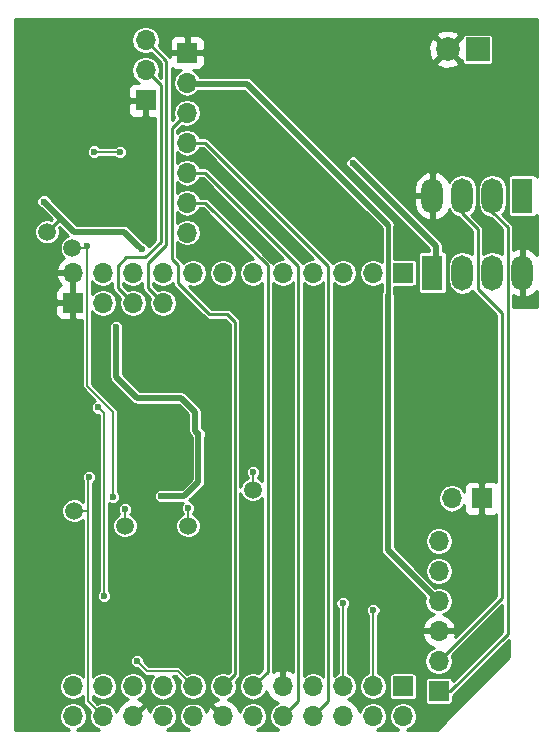
<source format=gbl>
G04 #@! TF.FileFunction,Copper,L2,Bot,Signal*
%FSLAX46Y46*%
G04 Gerber Fmt 4.6, Leading zero omitted, Abs format (unit mm)*
G04 Created by KiCad (PCBNEW 4.0.7-e2-6376~58~ubuntu16.04.1) date Sat Jul  7 02:27:32 2018*
%MOMM*%
%LPD*%
G01*
G04 APERTURE LIST*
%ADD10C,0.100000*%
%ADD11C,0.600000*%
%ADD12R,1.700000X1.700000*%
%ADD13O,1.700000X1.700000*%
%ADD14R,1.800000X3.000000*%
%ADD15O,1.800000X3.000000*%
%ADD16R,2.000000X2.000000*%
%ADD17C,2.000000*%
%ADD18C,1.500000*%
%ADD19C,0.400000*%
%ADD20C,0.381000*%
%ADD21C,0.203200*%
%ADD22C,0.508000*%
%ADD23C,0.254000*%
G04 APERTURE END LIST*
D10*
D11*
X66840100Y-98140520D03*
X94109540Y-75404980D03*
X91434920Y-76979780D03*
X89720420Y-75377040D03*
X74422000Y-65024000D03*
X72898000Y-65024000D03*
X76962000Y-59182000D03*
X73406000Y-57658000D03*
X61795660Y-67218560D03*
X60706000Y-54356000D03*
X56642000Y-66802000D03*
X54356000Y-65786000D03*
X53594000Y-65024000D03*
X54610000Y-58420000D03*
X54610000Y-57150000D03*
X54673500Y-53477160D03*
X54648100Y-54576980D03*
X68834000Y-93218000D03*
X60706000Y-98044000D03*
X67818000Y-90932000D03*
X55880000Y-91186000D03*
X55880000Y-90170000D03*
X68072000Y-74930000D03*
X65786000Y-76200000D03*
X68072000Y-77470000D03*
X66294000Y-77470000D03*
X64770000Y-77470000D03*
X62992000Y-77470000D03*
X61468000Y-77470000D03*
X60706000Y-81534000D03*
X60452000Y-80772000D03*
X59182000Y-83312000D03*
X53086000Y-82296000D03*
X53086000Y-80772000D03*
X53086000Y-79248000D03*
X68580000Y-67056000D03*
X67564000Y-66040000D03*
X69596000Y-65532000D03*
X67818000Y-63754000D03*
X71120000Y-98044000D03*
X71120000Y-94488000D03*
X76200000Y-98044000D03*
X76200000Y-94488000D03*
X76200000Y-91186000D03*
X93218000Y-58928000D03*
X94742000Y-58928000D03*
X94742000Y-57404000D03*
X93218000Y-57404000D03*
X66548000Y-80772000D03*
X66548000Y-80010000D03*
X70866000Y-86106000D03*
X71882000Y-86106000D03*
X71856600Y-82456020D03*
D12*
X90644900Y-91913200D03*
D13*
X88104900Y-91913200D03*
D14*
X94100000Y-66300000D03*
D15*
X91560000Y-66300000D03*
X86480000Y-66300000D03*
X89020000Y-66300000D03*
D16*
X90313000Y-53892200D03*
D17*
X87773000Y-53892200D03*
D14*
X86480000Y-72800000D03*
D15*
X89020000Y-72800000D03*
X94100000Y-72800000D03*
X91560000Y-72800000D03*
D12*
X87000000Y-108220000D03*
D13*
X87000000Y-105680000D03*
X87000000Y-103140000D03*
X87000000Y-100600000D03*
X87000000Y-98060000D03*
X87000000Y-95520000D03*
D12*
X83980000Y-72820000D03*
D13*
X81440000Y-72820000D03*
X78900000Y-72820000D03*
X76360000Y-72820000D03*
X73820000Y-72820000D03*
X71280000Y-72820000D03*
X68740000Y-72820000D03*
X66200000Y-72820000D03*
X63660000Y-72820000D03*
X61120000Y-72820000D03*
X58580000Y-72820000D03*
X56040000Y-72820000D03*
D12*
X56040000Y-75360000D03*
D13*
X58580000Y-75360000D03*
X61120000Y-75360000D03*
X63660000Y-75360000D03*
D12*
X62184200Y-58207400D03*
D13*
X62184200Y-55667400D03*
X62184200Y-53127400D03*
D12*
X83980000Y-107830000D03*
D13*
X83980000Y-110370000D03*
X81440000Y-107830000D03*
X81440000Y-110370000D03*
X78900000Y-107830000D03*
X78900000Y-110370000D03*
X76360000Y-107830000D03*
X76360000Y-110370000D03*
X73820000Y-107830000D03*
X73820000Y-110370000D03*
X71280000Y-107830000D03*
X71280000Y-110370000D03*
X68740000Y-107830000D03*
X68740000Y-110370000D03*
X66200000Y-107830000D03*
X66200000Y-110370000D03*
X63660000Y-107830000D03*
X63660000Y-110370000D03*
X61120000Y-107830000D03*
X61120000Y-110370000D03*
X58580000Y-107830000D03*
X58580000Y-110370000D03*
X56040000Y-107830000D03*
X56040000Y-110370000D03*
D12*
X65700000Y-54175000D03*
D13*
X65700000Y-56715000D03*
X65700000Y-59255000D03*
X65700000Y-61795000D03*
X65700000Y-64335000D03*
X65700000Y-66875000D03*
X65700000Y-69415000D03*
D18*
X56134000Y-92964000D03*
X71270000Y-91170000D03*
X65786000Y-94234000D03*
X55970000Y-70700000D03*
X60440000Y-94234000D03*
X53848000Y-69342000D03*
D11*
X70850760Y-82430620D03*
D19*
X62485800Y-89283600D03*
X62485800Y-87883600D03*
X63885800Y-89283600D03*
X63885800Y-87887300D03*
X61085800Y-89283600D03*
X61085800Y-87887300D03*
X61085800Y-86483600D03*
X62485800Y-86483600D03*
X63885800Y-86483600D03*
D11*
X60430000Y-92850000D03*
X59682300Y-77397100D03*
X61904800Y-83434399D03*
X63485800Y-91722700D03*
X66667300Y-86483600D03*
X71270000Y-89700000D03*
X58171000Y-84217000D03*
X58653600Y-100177600D03*
X61849000Y-70815204D03*
X53573600Y-66792600D03*
X79735600Y-63516000D03*
X81462798Y-101379480D03*
X78884700Y-100787370D03*
X61468000Y-105689400D03*
X57396300Y-90097100D03*
X65786000Y-92710000D03*
X60006000Y-62585600D03*
X57243900Y-70589898D03*
X57828100Y-62563500D03*
X59415600Y-91773500D03*
D20*
X68740000Y-110370000D02*
X67490000Y-109120000D01*
X67490000Y-109120000D02*
X62370000Y-109120000D01*
X62370000Y-109120000D02*
X61120000Y-110370000D01*
D21*
X60430000Y-92850000D02*
X60430000Y-94370000D01*
X60430000Y-94370000D02*
X60440000Y-94380000D01*
D22*
X59682300Y-77397100D02*
X59682300Y-81636163D01*
X59682300Y-81636163D02*
X61480536Y-83434399D01*
X61480536Y-83434399D02*
X61904800Y-83434399D01*
X61904800Y-83434399D02*
X65224299Y-83434399D01*
X65224299Y-83434399D02*
X66367301Y-84577401D01*
X66367301Y-84577401D02*
X66367301Y-86183601D01*
X66367301Y-86183601D02*
X66667300Y-86483600D01*
X63485800Y-91716500D02*
X65467000Y-91716500D01*
X65467000Y-91716500D02*
X66667300Y-90516200D01*
X66667300Y-90516200D02*
X66667300Y-86483600D01*
D20*
X63485800Y-91722700D02*
X63479600Y-91716500D01*
X63479600Y-91716500D02*
X63485800Y-91716500D01*
D21*
X71270000Y-89700000D02*
X71270000Y-91170000D01*
X58470999Y-84516999D02*
X58171000Y-84217000D01*
X58653600Y-84699600D02*
X58470999Y-84516999D01*
X58653600Y-100358700D02*
X58653600Y-84699600D01*
D22*
X53579800Y-66802000D02*
X54864000Y-68086200D01*
X54864000Y-68086200D02*
X56119800Y-69342000D01*
D23*
X53848000Y-69342000D02*
X54864000Y-68326000D01*
X54864000Y-68326000D02*
X54864000Y-68086200D01*
D22*
X60375796Y-69342000D02*
X61549001Y-70515205D01*
X61549001Y-70515205D02*
X61849000Y-70815204D01*
X56119800Y-69342000D02*
X60375796Y-69342000D01*
X86777600Y-72847200D02*
X86777600Y-70558000D01*
X86777600Y-70558000D02*
X79735600Y-63516000D01*
D20*
X82702400Y-68757800D02*
X82702400Y-74726800D01*
X82702400Y-74726800D02*
X82699860Y-74729340D01*
D22*
X87000000Y-100600000D02*
X82699860Y-96299860D01*
X82699860Y-96299860D02*
X82699860Y-74729340D01*
X82702400Y-68757800D02*
X70764400Y-56819800D01*
X70764400Y-56819800D02*
X65811400Y-56819800D01*
D20*
X65811400Y-56819800D02*
X65684400Y-56692800D01*
D23*
X87000000Y-108220000D02*
X88000000Y-108220000D01*
X88000000Y-108220000D02*
X92837000Y-103383000D01*
X92837000Y-103383000D02*
X92837000Y-68910200D01*
X92837000Y-68910200D02*
X91560000Y-67633200D01*
X91560000Y-67633200D02*
X91560000Y-66300000D01*
X89001600Y-66344800D02*
X89001600Y-67792600D01*
X92334000Y-100346000D02*
X87000000Y-105680000D01*
X89001600Y-67792600D02*
X90297000Y-69088000D01*
X92334000Y-76230400D02*
X92334000Y-100346000D01*
X90297000Y-69088000D02*
X90297000Y-74193400D01*
X90297000Y-74193400D02*
X92334000Y-76230400D01*
D21*
X81462798Y-101379480D02*
X81462798Y-107807202D01*
X81462798Y-107807202D02*
X81440000Y-107830000D01*
X81440000Y-101402278D02*
X81462798Y-101379480D01*
X78884700Y-100787370D02*
X78884700Y-107814700D01*
X78884700Y-107814700D02*
X78900000Y-107830000D01*
X78900000Y-100802670D02*
X78884700Y-100787370D01*
D23*
X60270001Y-74510001D02*
X61120000Y-75360000D01*
X59842400Y-72212200D02*
X59842400Y-74082400D01*
X63474578Y-70198522D02*
X62172100Y-71501000D01*
X60553600Y-71501000D02*
X59842400Y-72212200D01*
X62172100Y-71501000D02*
X60553600Y-71501000D01*
X63474578Y-56957778D02*
X63474578Y-70198522D01*
X62184200Y-55667400D02*
X63474578Y-56957778D01*
X59842400Y-74082400D02*
X60270001Y-74510001D01*
X62184200Y-53127400D02*
X63931789Y-54874989D01*
X63931789Y-54874989D02*
X63931789Y-70459611D01*
X63931789Y-70459611D02*
X62382400Y-72009000D01*
X62382400Y-72009000D02*
X62382400Y-74082400D01*
X62382400Y-74082400D02*
X63660000Y-75360000D01*
X65709800Y-61798200D02*
X67203200Y-61798200D01*
X67203200Y-61798200D02*
X77665500Y-72260500D01*
X77665500Y-72260500D02*
X77665500Y-109064500D01*
X77665500Y-109064500D02*
X76360000Y-110370000D01*
X65684400Y-64338200D02*
X67203200Y-64338200D01*
X67203200Y-64338200D02*
X75125500Y-72260500D01*
X75125500Y-72260500D02*
X75125500Y-109064500D01*
X75125500Y-109064500D02*
X73820000Y-110370000D01*
X65684400Y-66903600D02*
X67228600Y-66903600D01*
X67228600Y-66903600D02*
X72522000Y-72197000D01*
X72522000Y-72197000D02*
X72522000Y-106588000D01*
X72522000Y-106588000D02*
X71280000Y-107830000D01*
X65700000Y-59255000D02*
X64389000Y-60566000D01*
X69761301Y-106808699D02*
X68740000Y-107830000D01*
X64389000Y-60566000D02*
X64389000Y-71628000D01*
X64389000Y-71628000D02*
X64922400Y-72161400D01*
X64922400Y-72161400D02*
X64922400Y-73659598D01*
X64922400Y-73659598D02*
X67589802Y-76327000D01*
X67589802Y-76327000D02*
X69113400Y-76327000D01*
X69113400Y-76327000D02*
X69761301Y-76974901D01*
X69761301Y-76974901D02*
X69761301Y-106808699D01*
D21*
X61468000Y-105689400D02*
X62331600Y-106553000D01*
X62331600Y-106553000D02*
X64923000Y-106553000D01*
X64923000Y-106553000D02*
X66200000Y-107830000D01*
X57302601Y-90190799D02*
X57302601Y-92964000D01*
X57302601Y-92964000D02*
X57302601Y-109092601D01*
X56134000Y-92964000D02*
X57302601Y-92964000D01*
X57396300Y-90097100D02*
X57302601Y-90190799D01*
X57302601Y-109092601D02*
X58580000Y-110370000D01*
X65786000Y-92710000D02*
X65786000Y-94234000D01*
X55970000Y-70700000D02*
X57133798Y-70700000D01*
X57133798Y-70700000D02*
X57243900Y-70589898D01*
X57828100Y-62563500D02*
X59983900Y-62563500D01*
X59983900Y-62563500D02*
X60006000Y-62585600D01*
X57866200Y-62601600D02*
X57828100Y-62563500D01*
X59415600Y-91773500D02*
X59415600Y-84572600D01*
X59415600Y-84572600D02*
X57243900Y-82400900D01*
X57243900Y-82400900D02*
X57243900Y-71014162D01*
X57243900Y-71014162D02*
X57243900Y-70589898D01*
D23*
G36*
X95298000Y-64676777D02*
X95232045Y-64574279D01*
X95125945Y-64501785D01*
X95000000Y-64476280D01*
X93200000Y-64476280D01*
X93082342Y-64498419D01*
X92974279Y-64567955D01*
X92901785Y-64674055D01*
X92876280Y-64800000D01*
X92876280Y-67800000D01*
X92898419Y-67917658D01*
X92967955Y-68025721D01*
X93074055Y-68098215D01*
X93200000Y-68123720D01*
X95000000Y-68123720D01*
X95117658Y-68101581D01*
X95225721Y-68032045D01*
X95298000Y-67926260D01*
X95298000Y-71279418D01*
X95095606Y-71024788D01*
X94570086Y-70733244D01*
X94464740Y-70708964D01*
X94227000Y-70829622D01*
X94227000Y-72673000D01*
X94247000Y-72673000D01*
X94247000Y-72927000D01*
X94227000Y-72927000D01*
X94227000Y-74770378D01*
X94464740Y-74891036D01*
X94570086Y-74866756D01*
X95095606Y-74575212D01*
X95298000Y-74320582D01*
X95298000Y-75698000D01*
X93300000Y-75698000D01*
X93294200Y-75699154D01*
X93294200Y-74680511D01*
X93629914Y-74866756D01*
X93735260Y-74891036D01*
X93973000Y-74770378D01*
X93973000Y-72927000D01*
X93953000Y-72927000D01*
X93953000Y-72673000D01*
X93973000Y-72673000D01*
X93973000Y-70829622D01*
X93735260Y-70708964D01*
X93629914Y-70733244D01*
X93294200Y-70919489D01*
X93294200Y-68910200D01*
X93259398Y-68735237D01*
X93160289Y-68586911D01*
X92399451Y-67826073D01*
X92429883Y-67805739D01*
X92696557Y-67406633D01*
X92790200Y-66935856D01*
X92790200Y-65664144D01*
X92696557Y-65193367D01*
X92429883Y-64794261D01*
X92030777Y-64527587D01*
X91560000Y-64433944D01*
X91089223Y-64527587D01*
X90690117Y-64794261D01*
X90423443Y-65193367D01*
X90329800Y-65664144D01*
X90329800Y-66935856D01*
X90423443Y-67406633D01*
X90690117Y-67805739D01*
X91089223Y-68072413D01*
X91418041Y-68137819D01*
X92379800Y-69099578D01*
X92379800Y-71260797D01*
X92030777Y-71027587D01*
X91560000Y-70933944D01*
X91089223Y-71027587D01*
X90754200Y-71251442D01*
X90754200Y-69088000D01*
X90719398Y-68913037D01*
X90620289Y-68764711D01*
X89752868Y-67897290D01*
X89889883Y-67805739D01*
X90156557Y-67406633D01*
X90250200Y-66935856D01*
X90250200Y-65664144D01*
X90156557Y-65193367D01*
X89889883Y-64794261D01*
X89490777Y-64527587D01*
X89020000Y-64433944D01*
X88549223Y-64527587D01*
X88150117Y-64794261D01*
X87899434Y-65169434D01*
X87849554Y-64995248D01*
X87475606Y-64524788D01*
X86950086Y-64233244D01*
X86844740Y-64208964D01*
X86607000Y-64329622D01*
X86607000Y-66173000D01*
X86627000Y-66173000D01*
X86627000Y-66427000D01*
X86607000Y-66427000D01*
X86607000Y-68270378D01*
X86844740Y-68391036D01*
X86950086Y-68366756D01*
X87475606Y-68075212D01*
X87849554Y-67604752D01*
X87899434Y-67430566D01*
X88150117Y-67805739D01*
X88549223Y-68072413D01*
X88664595Y-68095362D01*
X88678311Y-68115889D01*
X89839800Y-69277378D01*
X89839800Y-71260797D01*
X89490777Y-71027587D01*
X89020000Y-70933944D01*
X88549223Y-71027587D01*
X88150117Y-71294261D01*
X87883443Y-71693367D01*
X87789800Y-72164144D01*
X87789800Y-73435856D01*
X87883443Y-73906633D01*
X88150117Y-74305739D01*
X88549223Y-74572413D01*
X89020000Y-74666056D01*
X89490777Y-74572413D01*
X89865399Y-74322098D01*
X89874602Y-74368363D01*
X89973711Y-74516689D01*
X91876800Y-76419778D01*
X91876800Y-90547074D01*
X91854599Y-90524873D01*
X91621210Y-90428200D01*
X90930650Y-90428200D01*
X90771900Y-90586950D01*
X90771900Y-91786200D01*
X90791900Y-91786200D01*
X90791900Y-92040200D01*
X90771900Y-92040200D01*
X90771900Y-93239450D01*
X90930650Y-93398200D01*
X91621210Y-93398200D01*
X91854599Y-93301527D01*
X91876800Y-93279326D01*
X91876800Y-100156622D01*
X88374268Y-103659154D01*
X88441476Y-103496890D01*
X88320155Y-103267000D01*
X87127000Y-103267000D01*
X87127000Y-103287000D01*
X86873000Y-103287000D01*
X86873000Y-103267000D01*
X85679845Y-103267000D01*
X85558524Y-103496890D01*
X85728355Y-103906924D01*
X86118642Y-104335183D01*
X86620230Y-104570742D01*
X86525236Y-104589637D01*
X86142352Y-104845473D01*
X85886516Y-105228357D01*
X85796679Y-105680000D01*
X85886516Y-106131643D01*
X86142352Y-106514527D01*
X86525236Y-106770363D01*
X86976879Y-106860200D01*
X87023121Y-106860200D01*
X87474764Y-106770363D01*
X87857648Y-106514527D01*
X88113484Y-106131643D01*
X88203321Y-105680000D01*
X88113484Y-105228357D01*
X88107370Y-105219208D01*
X92379800Y-100946778D01*
X92379800Y-103193622D01*
X88186669Y-107386753D01*
X88186669Y-107370000D01*
X88163644Y-107247635D01*
X88091327Y-107135251D01*
X87980983Y-107059856D01*
X87850000Y-107033331D01*
X86150000Y-107033331D01*
X86027635Y-107056356D01*
X85915251Y-107128673D01*
X85839856Y-107239017D01*
X85813331Y-107370000D01*
X85813331Y-109070000D01*
X85836356Y-109192365D01*
X85908673Y-109304749D01*
X86019017Y-109380144D01*
X86150000Y-109406669D01*
X87850000Y-109406669D01*
X87972365Y-109383644D01*
X88084749Y-109311327D01*
X88160144Y-109200983D01*
X88186669Y-109070000D01*
X88186669Y-108634576D01*
X88323289Y-108543289D01*
X92998000Y-103868578D01*
X92998000Y-105374907D01*
X86874908Y-111498000D01*
X84358666Y-111498000D01*
X84431643Y-111483484D01*
X84814527Y-111227648D01*
X85070363Y-110844764D01*
X85160200Y-110393121D01*
X85160200Y-110346879D01*
X85070363Y-109895236D01*
X84814527Y-109512352D01*
X84431643Y-109256516D01*
X83980000Y-109166679D01*
X83528357Y-109256516D01*
X83145473Y-109512352D01*
X82889637Y-109895236D01*
X82799800Y-110346879D01*
X82799800Y-110393121D01*
X82889637Y-110844764D01*
X83145473Y-111227648D01*
X83528357Y-111483484D01*
X83601334Y-111498000D01*
X81818666Y-111498000D01*
X81891643Y-111483484D01*
X82274527Y-111227648D01*
X82530363Y-110844764D01*
X82620200Y-110393121D01*
X82620200Y-110346879D01*
X82530363Y-109895236D01*
X82274527Y-109512352D01*
X81891643Y-109256516D01*
X81440000Y-109166679D01*
X80988357Y-109256516D01*
X80605473Y-109512352D01*
X80349637Y-109895236D01*
X80330742Y-109990230D01*
X80095183Y-109488642D01*
X79666924Y-109098355D01*
X79290912Y-108942615D01*
X79346783Y-108931502D01*
X79725547Y-108678420D01*
X79978629Y-108299656D01*
X80067500Y-107852873D01*
X80067500Y-107807127D01*
X80272500Y-107807127D01*
X80272500Y-107852873D01*
X80361371Y-108299656D01*
X80614453Y-108678420D01*
X80993217Y-108931502D01*
X81440000Y-109020373D01*
X81886783Y-108931502D01*
X82265547Y-108678420D01*
X82518629Y-108299656D01*
X82607500Y-107852873D01*
X82607500Y-107807127D01*
X82518629Y-107360344D01*
X82265547Y-106981580D01*
X82263183Y-106980000D01*
X82806280Y-106980000D01*
X82806280Y-108680000D01*
X82828419Y-108797658D01*
X82897955Y-108905721D01*
X83004055Y-108978215D01*
X83130000Y-109003720D01*
X84830000Y-109003720D01*
X84947658Y-108981581D01*
X85055721Y-108912045D01*
X85128215Y-108805945D01*
X85153720Y-108680000D01*
X85153720Y-106980000D01*
X85131581Y-106862342D01*
X85062045Y-106754279D01*
X84955945Y-106681785D01*
X84830000Y-106656280D01*
X83130000Y-106656280D01*
X83012342Y-106678419D01*
X82904279Y-106747955D01*
X82831785Y-106854055D01*
X82806280Y-106980000D01*
X82263183Y-106980000D01*
X81886783Y-106728498D01*
X81881898Y-106727526D01*
X81881898Y-101833628D01*
X81985984Y-101729723D01*
X82080191Y-101502847D01*
X82080405Y-101257190D01*
X81986595Y-101030151D01*
X81813041Y-100856294D01*
X81586165Y-100762087D01*
X81340508Y-100761873D01*
X81113469Y-100855683D01*
X80939612Y-101029237D01*
X80845405Y-101256113D01*
X80845191Y-101501770D01*
X80939001Y-101728809D01*
X81043698Y-101833689D01*
X81043698Y-106718457D01*
X80993217Y-106728498D01*
X80614453Y-106981580D01*
X80361371Y-107360344D01*
X80272500Y-107807127D01*
X80067500Y-107807127D01*
X79978629Y-107360344D01*
X79725547Y-106981580D01*
X79346783Y-106728498D01*
X79303800Y-106719948D01*
X79303800Y-101241518D01*
X79407886Y-101137613D01*
X79502093Y-100910737D01*
X79502307Y-100665080D01*
X79408497Y-100438041D01*
X79234943Y-100264184D01*
X79008067Y-100169977D01*
X78762410Y-100169763D01*
X78535371Y-100263573D01*
X78361514Y-100437127D01*
X78267307Y-100664003D01*
X78267093Y-100909660D01*
X78360903Y-101136699D01*
X78465600Y-101241579D01*
X78465600Y-106726035D01*
X78453217Y-106728498D01*
X78122700Y-106949342D01*
X78122700Y-73715886D01*
X78448357Y-73933484D01*
X78900000Y-74023321D01*
X79351643Y-73933484D01*
X79734527Y-73677648D01*
X79990363Y-73294764D01*
X80080200Y-72843121D01*
X80080200Y-72796879D01*
X79990363Y-72345236D01*
X79734527Y-71962352D01*
X79351643Y-71706516D01*
X78900000Y-71616679D01*
X78448357Y-71706516D01*
X78065473Y-71962352D01*
X78035531Y-72007164D01*
X77988790Y-71937211D01*
X67526489Y-61474911D01*
X67378163Y-61375802D01*
X67203200Y-61341000D01*
X66811909Y-61341000D01*
X66557648Y-60960473D01*
X66174764Y-60704637D01*
X65723121Y-60614800D01*
X65676879Y-60614800D01*
X65225236Y-60704637D01*
X64846200Y-60957902D01*
X64846200Y-60755378D01*
X65251075Y-60350503D01*
X65676879Y-60435200D01*
X65723121Y-60435200D01*
X66174764Y-60345363D01*
X66557648Y-60089527D01*
X66813484Y-59706643D01*
X66903321Y-59255000D01*
X66813484Y-58803357D01*
X66557648Y-58420473D01*
X66174764Y-58164637D01*
X65723121Y-58074800D01*
X65676879Y-58074800D01*
X65225236Y-58164637D01*
X64842352Y-58420473D01*
X64586516Y-58803357D01*
X64496679Y-59255000D01*
X64586516Y-59706643D01*
X64592630Y-59715792D01*
X64388989Y-59919433D01*
X64388989Y-55462015D01*
X64490302Y-55563327D01*
X64723691Y-55660000D01*
X65172312Y-55660000D01*
X64842352Y-55880473D01*
X64586516Y-56263357D01*
X64496679Y-56715000D01*
X64586516Y-57166643D01*
X64842352Y-57549527D01*
X65225236Y-57805363D01*
X65676879Y-57895200D01*
X65723121Y-57895200D01*
X66174764Y-57805363D01*
X66557648Y-57549527D01*
X66654886Y-57404000D01*
X70522416Y-57404000D01*
X82181700Y-69063283D01*
X82181700Y-71900327D01*
X81891643Y-71706516D01*
X81440000Y-71616679D01*
X80988357Y-71706516D01*
X80605473Y-71962352D01*
X80349637Y-72345236D01*
X80259800Y-72796879D01*
X80259800Y-72843121D01*
X80349637Y-73294764D01*
X80605473Y-73677648D01*
X80988357Y-73933484D01*
X81440000Y-74023321D01*
X81891643Y-73933484D01*
X82181700Y-73739673D01*
X82181700Y-74473494D01*
X82160130Y-74505776D01*
X82115660Y-74729340D01*
X82115660Y-96299860D01*
X82160130Y-96523424D01*
X82269762Y-96687500D01*
X82286768Y-96712952D01*
X85859250Y-100285434D01*
X85796679Y-100600000D01*
X85886516Y-101051643D01*
X86142352Y-101434527D01*
X86525236Y-101690363D01*
X86620230Y-101709258D01*
X86118642Y-101944817D01*
X85728355Y-102373076D01*
X85558524Y-102783110D01*
X85679845Y-103013000D01*
X86873000Y-103013000D01*
X86873000Y-102993000D01*
X87127000Y-102993000D01*
X87127000Y-103013000D01*
X88320155Y-103013000D01*
X88441476Y-102783110D01*
X88271645Y-102373076D01*
X87881358Y-101944817D01*
X87379770Y-101709258D01*
X87474764Y-101690363D01*
X87857648Y-101434527D01*
X88113484Y-101051643D01*
X88203321Y-100600000D01*
X88113484Y-100148357D01*
X87857648Y-99765473D01*
X87474764Y-99509637D01*
X87023121Y-99419800D01*
X86976879Y-99419800D01*
X86700883Y-99474699D01*
X85286184Y-98060000D01*
X85809627Y-98060000D01*
X85898498Y-98506783D01*
X86151580Y-98885547D01*
X86530344Y-99138629D01*
X86977127Y-99227500D01*
X87022873Y-99227500D01*
X87469656Y-99138629D01*
X87848420Y-98885547D01*
X88101502Y-98506783D01*
X88190373Y-98060000D01*
X88101502Y-97613217D01*
X87848420Y-97234453D01*
X87469656Y-96981371D01*
X87022873Y-96892500D01*
X86977127Y-96892500D01*
X86530344Y-96981371D01*
X86151580Y-97234453D01*
X85898498Y-97613217D01*
X85809627Y-98060000D01*
X85286184Y-98060000D01*
X83284060Y-96057876D01*
X83284060Y-95520000D01*
X85809627Y-95520000D01*
X85898498Y-95966783D01*
X86151580Y-96345547D01*
X86530344Y-96598629D01*
X86977127Y-96687500D01*
X87022873Y-96687500D01*
X87469656Y-96598629D01*
X87848420Y-96345547D01*
X88101502Y-95966783D01*
X88190373Y-95520000D01*
X88101502Y-95073217D01*
X87848420Y-94694453D01*
X87469656Y-94441371D01*
X87022873Y-94352500D01*
X86977127Y-94352500D01*
X86530344Y-94441371D01*
X86151580Y-94694453D01*
X85898498Y-95073217D01*
X85809627Y-95520000D01*
X83284060Y-95520000D01*
X83284060Y-91890079D01*
X86924700Y-91890079D01*
X86924700Y-91936321D01*
X87014537Y-92387964D01*
X87270373Y-92770848D01*
X87653257Y-93026684D01*
X88104900Y-93116521D01*
X88556543Y-93026684D01*
X88939427Y-92770848D01*
X89159900Y-92440888D01*
X89159900Y-92889509D01*
X89256573Y-93122898D01*
X89435201Y-93301527D01*
X89668590Y-93398200D01*
X90359150Y-93398200D01*
X90517900Y-93239450D01*
X90517900Y-92040200D01*
X90497900Y-92040200D01*
X90497900Y-91786200D01*
X90517900Y-91786200D01*
X90517900Y-90586950D01*
X90359150Y-90428200D01*
X89668590Y-90428200D01*
X89435201Y-90524873D01*
X89256573Y-90703502D01*
X89159900Y-90936891D01*
X89159900Y-91385512D01*
X88939427Y-91055552D01*
X88556543Y-90799716D01*
X88104900Y-90709879D01*
X87653257Y-90799716D01*
X87270373Y-91055552D01*
X87014537Y-91438436D01*
X86924700Y-91890079D01*
X83284060Y-91890079D01*
X83284060Y-74729340D01*
X83239590Y-74505776D01*
X83223100Y-74481097D01*
X83223100Y-73993720D01*
X84830000Y-73993720D01*
X84947658Y-73971581D01*
X85055721Y-73902045D01*
X85128215Y-73795945D01*
X85153720Y-73670000D01*
X85153720Y-71970000D01*
X85131581Y-71852342D01*
X85062045Y-71744279D01*
X84955945Y-71671785D01*
X84830000Y-71646280D01*
X83223100Y-71646280D01*
X83223100Y-69009845D01*
X83242131Y-68981363D01*
X83286601Y-68757800D01*
X83242131Y-68534237D01*
X83115492Y-68344709D01*
X78411589Y-63640805D01*
X79105291Y-63640805D01*
X79201031Y-63872513D01*
X79378154Y-64049946D01*
X79489665Y-64096249D01*
X86193400Y-70799984D01*
X86193400Y-70963331D01*
X85580000Y-70963331D01*
X85457635Y-70986356D01*
X85345251Y-71058673D01*
X85269856Y-71169017D01*
X85243331Y-71300000D01*
X85243331Y-74300000D01*
X85266356Y-74422365D01*
X85338673Y-74534749D01*
X85449017Y-74610144D01*
X85580000Y-74636669D01*
X87380000Y-74636669D01*
X87502365Y-74613644D01*
X87614749Y-74541327D01*
X87690144Y-74430983D01*
X87716669Y-74300000D01*
X87716669Y-71300000D01*
X87693644Y-71177635D01*
X87621327Y-71065251D01*
X87510983Y-70989856D01*
X87380000Y-70963331D01*
X87361800Y-70963331D01*
X87361800Y-70558000D01*
X87317330Y-70334436D01*
X87190692Y-70144908D01*
X83472784Y-66427000D01*
X84945000Y-66427000D01*
X84945000Y-67027000D01*
X85110446Y-67604752D01*
X85484394Y-68075212D01*
X86009914Y-68366756D01*
X86115260Y-68391036D01*
X86353000Y-68270378D01*
X86353000Y-66427000D01*
X84945000Y-66427000D01*
X83472784Y-66427000D01*
X82618784Y-65573000D01*
X84945000Y-65573000D01*
X84945000Y-66173000D01*
X86353000Y-66173000D01*
X86353000Y-64329622D01*
X86115260Y-64208964D01*
X86009914Y-64233244D01*
X85484394Y-64524788D01*
X85110446Y-64995248D01*
X84945000Y-65573000D01*
X82618784Y-65573000D01*
X80315866Y-63270082D01*
X80270169Y-63159487D01*
X80093046Y-62982054D01*
X79861504Y-62885910D01*
X79610795Y-62885691D01*
X79379087Y-62981431D01*
X79201654Y-63158554D01*
X79105510Y-63390096D01*
X79105291Y-63640805D01*
X78411589Y-63640805D01*
X71177492Y-56406708D01*
X70987964Y-56280070D01*
X70764400Y-56235600D01*
X66794937Y-56235600D01*
X66557648Y-55880473D01*
X66227688Y-55660000D01*
X66676309Y-55660000D01*
X66909698Y-55563327D01*
X67088327Y-55384699D01*
X67185000Y-55151310D01*
X67185000Y-55044732D01*
X86800073Y-55044732D01*
X86898736Y-55311587D01*
X87508461Y-55538108D01*
X88158460Y-55514056D01*
X88647264Y-55311587D01*
X88745927Y-55044732D01*
X87773000Y-54071805D01*
X86800073Y-55044732D01*
X67185000Y-55044732D01*
X67185000Y-54460750D01*
X67026250Y-54302000D01*
X65827000Y-54302000D01*
X65827000Y-54322000D01*
X65573000Y-54322000D01*
X65573000Y-54302000D01*
X64373750Y-54302000D01*
X64215000Y-54460750D01*
X64215000Y-54511622D01*
X63291570Y-53588192D01*
X63297684Y-53579043D01*
X63373340Y-53198690D01*
X64215000Y-53198690D01*
X64215000Y-53889250D01*
X64373750Y-54048000D01*
X65573000Y-54048000D01*
X65573000Y-52848750D01*
X65827000Y-52848750D01*
X65827000Y-54048000D01*
X67026250Y-54048000D01*
X67185000Y-53889250D01*
X67185000Y-53627661D01*
X86127092Y-53627661D01*
X86151144Y-54277660D01*
X86353613Y-54766464D01*
X86620468Y-54865127D01*
X87593395Y-53892200D01*
X87952605Y-53892200D01*
X88925532Y-54865127D01*
X88989280Y-54841558D01*
X88989280Y-54892200D01*
X89011419Y-55009858D01*
X89080955Y-55117921D01*
X89187055Y-55190415D01*
X89313000Y-55215920D01*
X91313000Y-55215920D01*
X91430658Y-55193781D01*
X91538721Y-55124245D01*
X91611215Y-55018145D01*
X91636720Y-54892200D01*
X91636720Y-52892200D01*
X91614581Y-52774542D01*
X91545045Y-52666479D01*
X91438945Y-52593985D01*
X91313000Y-52568480D01*
X89313000Y-52568480D01*
X89195342Y-52590619D01*
X89087279Y-52660155D01*
X89014785Y-52766255D01*
X88989280Y-52892200D01*
X88989280Y-52942842D01*
X88925532Y-52919273D01*
X87952605Y-53892200D01*
X87593395Y-53892200D01*
X86620468Y-52919273D01*
X86353613Y-53017936D01*
X86127092Y-53627661D01*
X67185000Y-53627661D01*
X67185000Y-53198690D01*
X67088327Y-52965301D01*
X66909698Y-52786673D01*
X66796219Y-52739668D01*
X86800073Y-52739668D01*
X87773000Y-53712595D01*
X88745927Y-52739668D01*
X88647264Y-52472813D01*
X88037539Y-52246292D01*
X87387540Y-52270344D01*
X86898736Y-52472813D01*
X86800073Y-52739668D01*
X66796219Y-52739668D01*
X66676309Y-52690000D01*
X65985750Y-52690000D01*
X65827000Y-52848750D01*
X65573000Y-52848750D01*
X65414250Y-52690000D01*
X64723691Y-52690000D01*
X64490302Y-52786673D01*
X64311673Y-52965301D01*
X64215000Y-53198690D01*
X63373340Y-53198690D01*
X63387521Y-53127400D01*
X63297684Y-52675757D01*
X63041848Y-52292873D01*
X62658964Y-52037037D01*
X62207321Y-51947200D01*
X62161079Y-51947200D01*
X61709436Y-52037037D01*
X61326552Y-52292873D01*
X61070716Y-52675757D01*
X60980879Y-53127400D01*
X61070716Y-53579043D01*
X61326552Y-53961927D01*
X61709436Y-54217763D01*
X62161079Y-54307600D01*
X62207321Y-54307600D01*
X62633125Y-54222903D01*
X63474589Y-55064367D01*
X63474589Y-56311211D01*
X63291570Y-56128192D01*
X63297684Y-56119043D01*
X63387521Y-55667400D01*
X63297684Y-55215757D01*
X63041848Y-54832873D01*
X62658964Y-54577037D01*
X62207321Y-54487200D01*
X62161079Y-54487200D01*
X61709436Y-54577037D01*
X61326552Y-54832873D01*
X61070716Y-55215757D01*
X60980879Y-55667400D01*
X61070716Y-56119043D01*
X61326552Y-56501927D01*
X61656512Y-56722400D01*
X61207891Y-56722400D01*
X60974502Y-56819073D01*
X60795873Y-56997701D01*
X60699200Y-57231090D01*
X60699200Y-57921650D01*
X60857950Y-58080400D01*
X62057200Y-58080400D01*
X62057200Y-58060400D01*
X62311200Y-58060400D01*
X62311200Y-58080400D01*
X62331200Y-58080400D01*
X62331200Y-58334400D01*
X62311200Y-58334400D01*
X62311200Y-59533650D01*
X62469950Y-59692400D01*
X63017378Y-59692400D01*
X63017378Y-70009144D01*
X62437444Y-70589078D01*
X62383569Y-70458691D01*
X62206446Y-70281258D01*
X62094935Y-70234955D01*
X61962093Y-70102113D01*
X61962090Y-70102111D01*
X60788888Y-68928908D01*
X60760889Y-68910200D01*
X60599360Y-68802270D01*
X60375796Y-68757800D01*
X56361784Y-68757800D01*
X54156119Y-66552135D01*
X54108169Y-66436087D01*
X53931046Y-66258654D01*
X53699504Y-66162510D01*
X53448795Y-66162291D01*
X53217087Y-66258031D01*
X53039654Y-66435154D01*
X52943510Y-66666696D01*
X52943291Y-66917405D01*
X53039031Y-67149113D01*
X53216154Y-67326546D01*
X53322193Y-67370577D01*
X54247519Y-68295903D01*
X54217582Y-68325840D01*
X54063808Y-68261988D01*
X53634078Y-68261613D01*
X53236915Y-68425717D01*
X52932785Y-68729317D01*
X52767988Y-69126192D01*
X52767613Y-69555922D01*
X52931717Y-69953085D01*
X53235317Y-70257215D01*
X53632192Y-70422012D01*
X54061922Y-70422387D01*
X54459085Y-70258283D01*
X54763215Y-69954683D01*
X54928012Y-69557808D01*
X54928387Y-69128078D01*
X54864096Y-68972482D01*
X54894097Y-68942481D01*
X55634999Y-69683383D01*
X55366100Y-69794489D01*
X55065545Y-70094520D01*
X54902685Y-70486729D01*
X54902315Y-70911407D01*
X55064489Y-71303900D01*
X55298150Y-71537969D01*
X55273076Y-71548355D01*
X54844817Y-71938642D01*
X54598514Y-72463108D01*
X54719181Y-72693000D01*
X55913000Y-72693000D01*
X55913000Y-72673000D01*
X56167000Y-72673000D01*
X56167000Y-72693000D01*
X56187000Y-72693000D01*
X56187000Y-72947000D01*
X56167000Y-72947000D01*
X56167000Y-75233000D01*
X56187000Y-75233000D01*
X56187000Y-75487000D01*
X56167000Y-75487000D01*
X56167000Y-76686250D01*
X56325750Y-76845000D01*
X56824800Y-76845000D01*
X56824800Y-82400900D01*
X56856702Y-82561283D01*
X56947552Y-82697248D01*
X57907884Y-83657581D01*
X57821671Y-83693203D01*
X57647814Y-83866757D01*
X57553607Y-84093633D01*
X57553393Y-84339290D01*
X57647203Y-84566329D01*
X57820757Y-84740186D01*
X58047633Y-84834393D01*
X58195826Y-84834522D01*
X58234500Y-84873196D01*
X58234500Y-99723452D01*
X58130414Y-99827357D01*
X58036207Y-100054233D01*
X58035993Y-100299890D01*
X58129803Y-100526929D01*
X58303357Y-100700786D01*
X58530233Y-100794993D01*
X58775890Y-100795207D01*
X59002929Y-100701397D01*
X59176786Y-100527843D01*
X59270993Y-100300967D01*
X59271207Y-100055310D01*
X59177397Y-99828271D01*
X59072700Y-99723391D01*
X59072700Y-94445407D01*
X59372315Y-94445407D01*
X59534489Y-94837900D01*
X59834520Y-95138455D01*
X60226729Y-95301315D01*
X60651407Y-95301685D01*
X61043900Y-95139511D01*
X61344455Y-94839480D01*
X61507315Y-94447271D01*
X61507685Y-94022593D01*
X61345511Y-93630100D01*
X61045480Y-93329545D01*
X60888822Y-93264495D01*
X60953186Y-93200243D01*
X61047393Y-92973367D01*
X61047607Y-92727710D01*
X60953797Y-92500671D01*
X60780243Y-92326814D01*
X60553367Y-92232607D01*
X60307710Y-92232393D01*
X60080671Y-92326203D01*
X59906814Y-92499757D01*
X59812607Y-92726633D01*
X59812393Y-92972290D01*
X59906203Y-93199329D01*
X59977015Y-93270264D01*
X59836100Y-93328489D01*
X59535545Y-93628520D01*
X59372685Y-94020729D01*
X59372315Y-94445407D01*
X59072700Y-94445407D01*
X59072700Y-92299735D01*
X59292233Y-92390893D01*
X59537890Y-92391107D01*
X59764929Y-92297297D01*
X59938786Y-92123743D01*
X60032993Y-91896867D01*
X60033207Y-91651210D01*
X59939397Y-91424171D01*
X59834700Y-91319291D01*
X59834700Y-84572600D01*
X59828060Y-84539217D01*
X59802799Y-84412218D01*
X59711949Y-84276252D01*
X57663000Y-82227304D01*
X57663000Y-77519390D01*
X59064693Y-77519390D01*
X59110800Y-77630978D01*
X59110800Y-81636158D01*
X59110799Y-81636163D01*
X59147085Y-81818581D01*
X59154303Y-81854867D01*
X59239117Y-81981801D01*
X59278188Y-82040275D01*
X61076422Y-83838508D01*
X61076424Y-83838511D01*
X61199357Y-83920652D01*
X61261833Y-83962397D01*
X61480536Y-84005900D01*
X61480541Y-84005899D01*
X61670910Y-84005899D01*
X61781433Y-84051792D01*
X62027090Y-84052006D01*
X62138678Y-84005899D01*
X64987575Y-84005899D01*
X65795801Y-84814124D01*
X65795801Y-86183596D01*
X65795800Y-86183601D01*
X65830935Y-86360233D01*
X65839304Y-86402305D01*
X65963189Y-86587713D01*
X66095800Y-86720324D01*
X66095800Y-90279477D01*
X65230276Y-91145000D01*
X63704759Y-91145000D01*
X63609167Y-91105307D01*
X63363510Y-91105093D01*
X63136471Y-91198903D01*
X62962614Y-91372457D01*
X62868407Y-91599333D01*
X62868193Y-91844990D01*
X62962003Y-92072029D01*
X63135557Y-92245886D01*
X63362433Y-92340093D01*
X63608090Y-92340307D01*
X63734683Y-92288000D01*
X65334696Y-92288000D01*
X65262814Y-92359757D01*
X65168607Y-92586633D01*
X65168393Y-92832290D01*
X65262203Y-93059329D01*
X65366900Y-93164209D01*
X65366900Y-93252132D01*
X65182100Y-93328489D01*
X64881545Y-93628520D01*
X64718685Y-94020729D01*
X64718315Y-94445407D01*
X64880489Y-94837900D01*
X65180520Y-95138455D01*
X65572729Y-95301315D01*
X65997407Y-95301685D01*
X66389900Y-95139511D01*
X66690455Y-94839480D01*
X66853315Y-94447271D01*
X66853685Y-94022593D01*
X66691511Y-93630100D01*
X66391480Y-93329545D01*
X66205100Y-93252153D01*
X66205100Y-93164148D01*
X66309186Y-93060243D01*
X66403393Y-92833367D01*
X66403607Y-92587710D01*
X66309797Y-92360671D01*
X66136243Y-92186814D01*
X65909367Y-92092607D01*
X65899126Y-92092598D01*
X67071409Y-90920314D01*
X67071412Y-90920312D01*
X67195297Y-90734904D01*
X67195298Y-90734903D01*
X67238801Y-90516200D01*
X67238800Y-90516195D01*
X67238800Y-86717490D01*
X67284693Y-86606967D01*
X67284907Y-86361310D01*
X67191097Y-86134271D01*
X67017543Y-85960414D01*
X66938801Y-85927718D01*
X66938801Y-84577406D01*
X66938802Y-84577401D01*
X66895298Y-84358698D01*
X66895298Y-84358697D01*
X66771413Y-84173289D01*
X66771410Y-84173287D01*
X65628411Y-83030287D01*
X65443003Y-82906402D01*
X65406717Y-82899184D01*
X65224299Y-82862898D01*
X65224294Y-82862899D01*
X62138690Y-82862899D01*
X62028167Y-82817006D01*
X61782510Y-82816792D01*
X61703711Y-82849351D01*
X60253800Y-81399439D01*
X60253800Y-77630990D01*
X60299693Y-77520467D01*
X60299907Y-77274810D01*
X60206097Y-77047771D01*
X60032543Y-76873914D01*
X59805667Y-76779707D01*
X59560010Y-76779493D01*
X59332971Y-76873303D01*
X59159114Y-77046857D01*
X59064907Y-77273733D01*
X59064693Y-77519390D01*
X57663000Y-77519390D01*
X57663000Y-76071551D01*
X57754453Y-76208420D01*
X58133217Y-76461502D01*
X58580000Y-76550373D01*
X59026783Y-76461502D01*
X59405547Y-76208420D01*
X59658629Y-75829656D01*
X59747500Y-75382873D01*
X59747500Y-75337127D01*
X59658629Y-74890344D01*
X59405547Y-74511580D01*
X59026783Y-74258498D01*
X58580000Y-74169627D01*
X58133217Y-74258498D01*
X57754453Y-74511580D01*
X57663000Y-74648449D01*
X57663000Y-73531551D01*
X57754453Y-73668420D01*
X58133217Y-73921502D01*
X58580000Y-74010373D01*
X59026783Y-73921502D01*
X59385200Y-73682015D01*
X59385200Y-74082400D01*
X59420002Y-74257363D01*
X59519111Y-74405689D01*
X60024497Y-74911075D01*
X59939800Y-75336879D01*
X59939800Y-75383121D01*
X60029637Y-75834764D01*
X60285473Y-76217648D01*
X60668357Y-76473484D01*
X61120000Y-76563321D01*
X61571643Y-76473484D01*
X61954527Y-76217648D01*
X62210363Y-75834764D01*
X62300200Y-75383121D01*
X62300200Y-75336879D01*
X62210363Y-74885236D01*
X61954527Y-74502352D01*
X61571643Y-74246516D01*
X61120000Y-74156679D01*
X60668357Y-74246516D01*
X60659208Y-74252630D01*
X60299600Y-73893022D01*
X60299600Y-73671859D01*
X60673217Y-73921502D01*
X61120000Y-74010373D01*
X61566783Y-73921502D01*
X61925200Y-73682015D01*
X61925200Y-74082400D01*
X61960002Y-74257363D01*
X62059111Y-74405689D01*
X62564497Y-74911075D01*
X62479800Y-75336879D01*
X62479800Y-75383121D01*
X62569637Y-75834764D01*
X62825473Y-76217648D01*
X63208357Y-76473484D01*
X63660000Y-76563321D01*
X64111643Y-76473484D01*
X64494527Y-76217648D01*
X64750363Y-75834764D01*
X64840200Y-75383121D01*
X64840200Y-75336879D01*
X64750363Y-74885236D01*
X64494527Y-74502352D01*
X64111643Y-74246516D01*
X63660000Y-74156679D01*
X63208357Y-74246516D01*
X63199208Y-74252630D01*
X62839600Y-73893022D01*
X62839600Y-73671859D01*
X63213217Y-73921502D01*
X63660000Y-74010373D01*
X64106783Y-73921502D01*
X64469136Y-73679386D01*
X64500002Y-73834561D01*
X64599111Y-73982887D01*
X67266513Y-76650289D01*
X67414839Y-76749398D01*
X67589802Y-76784200D01*
X68924022Y-76784200D01*
X69304101Y-77164279D01*
X69304101Y-106619321D01*
X69200792Y-106722630D01*
X69191643Y-106716516D01*
X68740000Y-106626679D01*
X68288357Y-106716516D01*
X67905473Y-106972352D01*
X67649637Y-107355236D01*
X67559800Y-107806879D01*
X67559800Y-107853121D01*
X67649637Y-108304764D01*
X67905473Y-108687648D01*
X68288357Y-108943484D01*
X68327968Y-108951363D01*
X67973076Y-109098355D01*
X67544817Y-109488642D01*
X67300302Y-110009301D01*
X67278629Y-109900344D01*
X67025547Y-109521580D01*
X66646783Y-109268498D01*
X66200000Y-109179627D01*
X65753217Y-109268498D01*
X65374453Y-109521580D01*
X65121371Y-109900344D01*
X65032500Y-110347127D01*
X65032500Y-110392873D01*
X65121371Y-110839656D01*
X65374453Y-111218420D01*
X65753217Y-111471502D01*
X65886431Y-111498000D01*
X63973569Y-111498000D01*
X64106783Y-111471502D01*
X64485547Y-111218420D01*
X64738629Y-110839656D01*
X64827500Y-110392873D01*
X64827500Y-110347127D01*
X64738629Y-109900344D01*
X64485547Y-109521580D01*
X64106783Y-109268498D01*
X63660000Y-109179627D01*
X63213217Y-109268498D01*
X62834453Y-109521580D01*
X62581371Y-109900344D01*
X62559698Y-110009301D01*
X62315183Y-109488642D01*
X61886924Y-109098355D01*
X61510912Y-108942615D01*
X61566783Y-108931502D01*
X61945547Y-108678420D01*
X62198629Y-108299656D01*
X62287500Y-107852873D01*
X62287500Y-107807127D01*
X62198629Y-107360344D01*
X61945547Y-106981580D01*
X61566783Y-106728498D01*
X61120000Y-106639627D01*
X60673217Y-106728498D01*
X60294453Y-106981580D01*
X60041371Y-107360344D01*
X59952500Y-107807127D01*
X59952500Y-107852873D01*
X60041371Y-108299656D01*
X60294453Y-108678420D01*
X60673217Y-108931502D01*
X60729088Y-108942615D01*
X60353076Y-109098355D01*
X59924817Y-109488642D01*
X59680302Y-110009301D01*
X59658629Y-109900344D01*
X59405547Y-109521580D01*
X59026783Y-109268498D01*
X58580000Y-109179627D01*
X58133217Y-109268498D01*
X58096037Y-109293341D01*
X57721701Y-108919005D01*
X57721701Y-108629403D01*
X57754453Y-108678420D01*
X58133217Y-108931502D01*
X58580000Y-109020373D01*
X59026783Y-108931502D01*
X59405547Y-108678420D01*
X59658629Y-108299656D01*
X59747500Y-107852873D01*
X59747500Y-107807127D01*
X59658629Y-107360344D01*
X59405547Y-106981580D01*
X59026783Y-106728498D01*
X58580000Y-106639627D01*
X58133217Y-106728498D01*
X57754453Y-106981580D01*
X57721701Y-107030597D01*
X57721701Y-105811690D01*
X60850393Y-105811690D01*
X60944203Y-106038729D01*
X61117757Y-106212586D01*
X61344633Y-106306793D01*
X61492826Y-106306922D01*
X62035252Y-106849349D01*
X62116757Y-106903809D01*
X62171217Y-106940198D01*
X62331600Y-106972100D01*
X62825850Y-106972100D01*
X62825473Y-106972352D01*
X62569637Y-107355236D01*
X62479800Y-107806879D01*
X62479800Y-107853121D01*
X62569637Y-108304764D01*
X62825473Y-108687648D01*
X63208357Y-108943484D01*
X63660000Y-109033321D01*
X64111643Y-108943484D01*
X64494527Y-108687648D01*
X64750363Y-108304764D01*
X64840200Y-107853121D01*
X64840200Y-107806879D01*
X64750363Y-107355236D01*
X64494527Y-106972352D01*
X64494150Y-106972100D01*
X64749404Y-106972100D01*
X65127890Y-107350587D01*
X65121371Y-107360344D01*
X65032500Y-107807127D01*
X65032500Y-107852873D01*
X65121371Y-108299656D01*
X65374453Y-108678420D01*
X65753217Y-108931502D01*
X66200000Y-109020373D01*
X66646783Y-108931502D01*
X67025547Y-108678420D01*
X67278629Y-108299656D01*
X67367500Y-107852873D01*
X67367500Y-107807127D01*
X67278629Y-107360344D01*
X67025547Y-106981580D01*
X66646783Y-106728498D01*
X66200000Y-106639627D01*
X65753217Y-106728498D01*
X65716037Y-106753341D01*
X65219348Y-106256652D01*
X65083383Y-106165802D01*
X64923000Y-106133900D01*
X62505197Y-106133900D01*
X62085479Y-105714183D01*
X62085607Y-105567110D01*
X61991797Y-105340071D01*
X61818243Y-105166214D01*
X61591367Y-105072007D01*
X61345710Y-105071793D01*
X61118671Y-105165603D01*
X60944814Y-105339157D01*
X60850607Y-105566033D01*
X60850393Y-105811690D01*
X57721701Y-105811690D01*
X57721701Y-90630784D01*
X57745629Y-90620897D01*
X57919486Y-90447343D01*
X58013693Y-90220467D01*
X58013907Y-89974810D01*
X57920097Y-89747771D01*
X57746543Y-89573914D01*
X57519667Y-89479707D01*
X57274010Y-89479493D01*
X57046971Y-89573303D01*
X56873114Y-89746857D01*
X56778907Y-89973733D01*
X56778693Y-90219390D01*
X56872503Y-90446429D01*
X56883501Y-90457446D01*
X56883501Y-92203818D01*
X56739480Y-92059545D01*
X56347271Y-91896685D01*
X55922593Y-91896315D01*
X55530100Y-92058489D01*
X55229545Y-92358520D01*
X55066685Y-92750729D01*
X55066315Y-93175407D01*
X55228489Y-93567900D01*
X55528520Y-93868455D01*
X55920729Y-94031315D01*
X56345407Y-94031685D01*
X56737900Y-93869511D01*
X56883501Y-93724164D01*
X56883501Y-107008450D01*
X56865547Y-106981580D01*
X56486783Y-106728498D01*
X56040000Y-106639627D01*
X55593217Y-106728498D01*
X55214453Y-106981580D01*
X54961371Y-107360344D01*
X54872500Y-107807127D01*
X54872500Y-107852873D01*
X54961371Y-108299656D01*
X55214453Y-108678420D01*
X55593217Y-108931502D01*
X56040000Y-109020373D01*
X56486783Y-108931502D01*
X56865547Y-108678420D01*
X56883501Y-108651550D01*
X56883501Y-109092601D01*
X56915403Y-109252984D01*
X56949992Y-109304749D01*
X57006253Y-109388949D01*
X57507891Y-109890587D01*
X57501371Y-109900344D01*
X57412500Y-110347127D01*
X57412500Y-110392873D01*
X57501371Y-110839656D01*
X57754453Y-111218420D01*
X58133217Y-111471502D01*
X58266431Y-111498000D01*
X56353569Y-111498000D01*
X56486783Y-111471502D01*
X56865547Y-111218420D01*
X57118629Y-110839656D01*
X57207500Y-110392873D01*
X57207500Y-110347127D01*
X57118629Y-109900344D01*
X56865547Y-109521580D01*
X56486783Y-109268498D01*
X56040000Y-109179627D01*
X55593217Y-109268498D01*
X55214453Y-109521580D01*
X54961371Y-109900344D01*
X54872500Y-110347127D01*
X54872500Y-110392873D01*
X54961371Y-110839656D01*
X55214453Y-111218420D01*
X55593217Y-111471502D01*
X55726431Y-111498000D01*
X51102000Y-111498000D01*
X51102000Y-75645750D01*
X54555000Y-75645750D01*
X54555000Y-76336309D01*
X54651673Y-76569698D01*
X54830301Y-76748327D01*
X55063690Y-76845000D01*
X55754250Y-76845000D01*
X55913000Y-76686250D01*
X55913000Y-75487000D01*
X54713750Y-75487000D01*
X54555000Y-75645750D01*
X51102000Y-75645750D01*
X51102000Y-74383691D01*
X54555000Y-74383691D01*
X54555000Y-75074250D01*
X54713750Y-75233000D01*
X55913000Y-75233000D01*
X55913000Y-72947000D01*
X54719181Y-72947000D01*
X54598514Y-73176892D01*
X54844817Y-73701358D01*
X55044208Y-73883070D01*
X54830301Y-73971673D01*
X54651673Y-74150302D01*
X54555000Y-74383691D01*
X51102000Y-74383691D01*
X51102000Y-62685790D01*
X57210493Y-62685790D01*
X57304303Y-62912829D01*
X57477857Y-63086686D01*
X57704733Y-63180893D01*
X57950390Y-63181107D01*
X58177429Y-63087297D01*
X58282309Y-62982600D01*
X59529791Y-62982600D01*
X59655757Y-63108786D01*
X59882633Y-63202993D01*
X60128290Y-63203207D01*
X60355329Y-63109397D01*
X60529186Y-62935843D01*
X60623393Y-62708967D01*
X60623607Y-62463310D01*
X60529797Y-62236271D01*
X60356243Y-62062414D01*
X60129367Y-61968207D01*
X59883710Y-61967993D01*
X59656671Y-62061803D01*
X59573930Y-62144400D01*
X58282248Y-62144400D01*
X58178343Y-62040314D01*
X57951467Y-61946107D01*
X57705810Y-61945893D01*
X57478771Y-62039703D01*
X57304914Y-62213257D01*
X57210707Y-62440133D01*
X57210493Y-62685790D01*
X51102000Y-62685790D01*
X51102000Y-58493150D01*
X60699200Y-58493150D01*
X60699200Y-59183710D01*
X60795873Y-59417099D01*
X60974502Y-59595727D01*
X61207891Y-59692400D01*
X61898450Y-59692400D01*
X62057200Y-59533650D01*
X62057200Y-58334400D01*
X60857950Y-58334400D01*
X60699200Y-58493150D01*
X51102000Y-58493150D01*
X51102000Y-51302000D01*
X95298000Y-51302000D01*
X95298000Y-64676777D01*
X95298000Y-64676777D01*
G37*
X95298000Y-64676777D02*
X95232045Y-64574279D01*
X95125945Y-64501785D01*
X95000000Y-64476280D01*
X93200000Y-64476280D01*
X93082342Y-64498419D01*
X92974279Y-64567955D01*
X92901785Y-64674055D01*
X92876280Y-64800000D01*
X92876280Y-67800000D01*
X92898419Y-67917658D01*
X92967955Y-68025721D01*
X93074055Y-68098215D01*
X93200000Y-68123720D01*
X95000000Y-68123720D01*
X95117658Y-68101581D01*
X95225721Y-68032045D01*
X95298000Y-67926260D01*
X95298000Y-71279418D01*
X95095606Y-71024788D01*
X94570086Y-70733244D01*
X94464740Y-70708964D01*
X94227000Y-70829622D01*
X94227000Y-72673000D01*
X94247000Y-72673000D01*
X94247000Y-72927000D01*
X94227000Y-72927000D01*
X94227000Y-74770378D01*
X94464740Y-74891036D01*
X94570086Y-74866756D01*
X95095606Y-74575212D01*
X95298000Y-74320582D01*
X95298000Y-75698000D01*
X93300000Y-75698000D01*
X93294200Y-75699154D01*
X93294200Y-74680511D01*
X93629914Y-74866756D01*
X93735260Y-74891036D01*
X93973000Y-74770378D01*
X93973000Y-72927000D01*
X93953000Y-72927000D01*
X93953000Y-72673000D01*
X93973000Y-72673000D01*
X93973000Y-70829622D01*
X93735260Y-70708964D01*
X93629914Y-70733244D01*
X93294200Y-70919489D01*
X93294200Y-68910200D01*
X93259398Y-68735237D01*
X93160289Y-68586911D01*
X92399451Y-67826073D01*
X92429883Y-67805739D01*
X92696557Y-67406633D01*
X92790200Y-66935856D01*
X92790200Y-65664144D01*
X92696557Y-65193367D01*
X92429883Y-64794261D01*
X92030777Y-64527587D01*
X91560000Y-64433944D01*
X91089223Y-64527587D01*
X90690117Y-64794261D01*
X90423443Y-65193367D01*
X90329800Y-65664144D01*
X90329800Y-66935856D01*
X90423443Y-67406633D01*
X90690117Y-67805739D01*
X91089223Y-68072413D01*
X91418041Y-68137819D01*
X92379800Y-69099578D01*
X92379800Y-71260797D01*
X92030777Y-71027587D01*
X91560000Y-70933944D01*
X91089223Y-71027587D01*
X90754200Y-71251442D01*
X90754200Y-69088000D01*
X90719398Y-68913037D01*
X90620289Y-68764711D01*
X89752868Y-67897290D01*
X89889883Y-67805739D01*
X90156557Y-67406633D01*
X90250200Y-66935856D01*
X90250200Y-65664144D01*
X90156557Y-65193367D01*
X89889883Y-64794261D01*
X89490777Y-64527587D01*
X89020000Y-64433944D01*
X88549223Y-64527587D01*
X88150117Y-64794261D01*
X87899434Y-65169434D01*
X87849554Y-64995248D01*
X87475606Y-64524788D01*
X86950086Y-64233244D01*
X86844740Y-64208964D01*
X86607000Y-64329622D01*
X86607000Y-66173000D01*
X86627000Y-66173000D01*
X86627000Y-66427000D01*
X86607000Y-66427000D01*
X86607000Y-68270378D01*
X86844740Y-68391036D01*
X86950086Y-68366756D01*
X87475606Y-68075212D01*
X87849554Y-67604752D01*
X87899434Y-67430566D01*
X88150117Y-67805739D01*
X88549223Y-68072413D01*
X88664595Y-68095362D01*
X88678311Y-68115889D01*
X89839800Y-69277378D01*
X89839800Y-71260797D01*
X89490777Y-71027587D01*
X89020000Y-70933944D01*
X88549223Y-71027587D01*
X88150117Y-71294261D01*
X87883443Y-71693367D01*
X87789800Y-72164144D01*
X87789800Y-73435856D01*
X87883443Y-73906633D01*
X88150117Y-74305739D01*
X88549223Y-74572413D01*
X89020000Y-74666056D01*
X89490777Y-74572413D01*
X89865399Y-74322098D01*
X89874602Y-74368363D01*
X89973711Y-74516689D01*
X91876800Y-76419778D01*
X91876800Y-90547074D01*
X91854599Y-90524873D01*
X91621210Y-90428200D01*
X90930650Y-90428200D01*
X90771900Y-90586950D01*
X90771900Y-91786200D01*
X90791900Y-91786200D01*
X90791900Y-92040200D01*
X90771900Y-92040200D01*
X90771900Y-93239450D01*
X90930650Y-93398200D01*
X91621210Y-93398200D01*
X91854599Y-93301527D01*
X91876800Y-93279326D01*
X91876800Y-100156622D01*
X88374268Y-103659154D01*
X88441476Y-103496890D01*
X88320155Y-103267000D01*
X87127000Y-103267000D01*
X87127000Y-103287000D01*
X86873000Y-103287000D01*
X86873000Y-103267000D01*
X85679845Y-103267000D01*
X85558524Y-103496890D01*
X85728355Y-103906924D01*
X86118642Y-104335183D01*
X86620230Y-104570742D01*
X86525236Y-104589637D01*
X86142352Y-104845473D01*
X85886516Y-105228357D01*
X85796679Y-105680000D01*
X85886516Y-106131643D01*
X86142352Y-106514527D01*
X86525236Y-106770363D01*
X86976879Y-106860200D01*
X87023121Y-106860200D01*
X87474764Y-106770363D01*
X87857648Y-106514527D01*
X88113484Y-106131643D01*
X88203321Y-105680000D01*
X88113484Y-105228357D01*
X88107370Y-105219208D01*
X92379800Y-100946778D01*
X92379800Y-103193622D01*
X88186669Y-107386753D01*
X88186669Y-107370000D01*
X88163644Y-107247635D01*
X88091327Y-107135251D01*
X87980983Y-107059856D01*
X87850000Y-107033331D01*
X86150000Y-107033331D01*
X86027635Y-107056356D01*
X85915251Y-107128673D01*
X85839856Y-107239017D01*
X85813331Y-107370000D01*
X85813331Y-109070000D01*
X85836356Y-109192365D01*
X85908673Y-109304749D01*
X86019017Y-109380144D01*
X86150000Y-109406669D01*
X87850000Y-109406669D01*
X87972365Y-109383644D01*
X88084749Y-109311327D01*
X88160144Y-109200983D01*
X88186669Y-109070000D01*
X88186669Y-108634576D01*
X88323289Y-108543289D01*
X92998000Y-103868578D01*
X92998000Y-105374907D01*
X86874908Y-111498000D01*
X84358666Y-111498000D01*
X84431643Y-111483484D01*
X84814527Y-111227648D01*
X85070363Y-110844764D01*
X85160200Y-110393121D01*
X85160200Y-110346879D01*
X85070363Y-109895236D01*
X84814527Y-109512352D01*
X84431643Y-109256516D01*
X83980000Y-109166679D01*
X83528357Y-109256516D01*
X83145473Y-109512352D01*
X82889637Y-109895236D01*
X82799800Y-110346879D01*
X82799800Y-110393121D01*
X82889637Y-110844764D01*
X83145473Y-111227648D01*
X83528357Y-111483484D01*
X83601334Y-111498000D01*
X81818666Y-111498000D01*
X81891643Y-111483484D01*
X82274527Y-111227648D01*
X82530363Y-110844764D01*
X82620200Y-110393121D01*
X82620200Y-110346879D01*
X82530363Y-109895236D01*
X82274527Y-109512352D01*
X81891643Y-109256516D01*
X81440000Y-109166679D01*
X80988357Y-109256516D01*
X80605473Y-109512352D01*
X80349637Y-109895236D01*
X80330742Y-109990230D01*
X80095183Y-109488642D01*
X79666924Y-109098355D01*
X79290912Y-108942615D01*
X79346783Y-108931502D01*
X79725547Y-108678420D01*
X79978629Y-108299656D01*
X80067500Y-107852873D01*
X80067500Y-107807127D01*
X80272500Y-107807127D01*
X80272500Y-107852873D01*
X80361371Y-108299656D01*
X80614453Y-108678420D01*
X80993217Y-108931502D01*
X81440000Y-109020373D01*
X81886783Y-108931502D01*
X82265547Y-108678420D01*
X82518629Y-108299656D01*
X82607500Y-107852873D01*
X82607500Y-107807127D01*
X82518629Y-107360344D01*
X82265547Y-106981580D01*
X82263183Y-106980000D01*
X82806280Y-106980000D01*
X82806280Y-108680000D01*
X82828419Y-108797658D01*
X82897955Y-108905721D01*
X83004055Y-108978215D01*
X83130000Y-109003720D01*
X84830000Y-109003720D01*
X84947658Y-108981581D01*
X85055721Y-108912045D01*
X85128215Y-108805945D01*
X85153720Y-108680000D01*
X85153720Y-106980000D01*
X85131581Y-106862342D01*
X85062045Y-106754279D01*
X84955945Y-106681785D01*
X84830000Y-106656280D01*
X83130000Y-106656280D01*
X83012342Y-106678419D01*
X82904279Y-106747955D01*
X82831785Y-106854055D01*
X82806280Y-106980000D01*
X82263183Y-106980000D01*
X81886783Y-106728498D01*
X81881898Y-106727526D01*
X81881898Y-101833628D01*
X81985984Y-101729723D01*
X82080191Y-101502847D01*
X82080405Y-101257190D01*
X81986595Y-101030151D01*
X81813041Y-100856294D01*
X81586165Y-100762087D01*
X81340508Y-100761873D01*
X81113469Y-100855683D01*
X80939612Y-101029237D01*
X80845405Y-101256113D01*
X80845191Y-101501770D01*
X80939001Y-101728809D01*
X81043698Y-101833689D01*
X81043698Y-106718457D01*
X80993217Y-106728498D01*
X80614453Y-106981580D01*
X80361371Y-107360344D01*
X80272500Y-107807127D01*
X80067500Y-107807127D01*
X79978629Y-107360344D01*
X79725547Y-106981580D01*
X79346783Y-106728498D01*
X79303800Y-106719948D01*
X79303800Y-101241518D01*
X79407886Y-101137613D01*
X79502093Y-100910737D01*
X79502307Y-100665080D01*
X79408497Y-100438041D01*
X79234943Y-100264184D01*
X79008067Y-100169977D01*
X78762410Y-100169763D01*
X78535371Y-100263573D01*
X78361514Y-100437127D01*
X78267307Y-100664003D01*
X78267093Y-100909660D01*
X78360903Y-101136699D01*
X78465600Y-101241579D01*
X78465600Y-106726035D01*
X78453217Y-106728498D01*
X78122700Y-106949342D01*
X78122700Y-73715886D01*
X78448357Y-73933484D01*
X78900000Y-74023321D01*
X79351643Y-73933484D01*
X79734527Y-73677648D01*
X79990363Y-73294764D01*
X80080200Y-72843121D01*
X80080200Y-72796879D01*
X79990363Y-72345236D01*
X79734527Y-71962352D01*
X79351643Y-71706516D01*
X78900000Y-71616679D01*
X78448357Y-71706516D01*
X78065473Y-71962352D01*
X78035531Y-72007164D01*
X77988790Y-71937211D01*
X67526489Y-61474911D01*
X67378163Y-61375802D01*
X67203200Y-61341000D01*
X66811909Y-61341000D01*
X66557648Y-60960473D01*
X66174764Y-60704637D01*
X65723121Y-60614800D01*
X65676879Y-60614800D01*
X65225236Y-60704637D01*
X64846200Y-60957902D01*
X64846200Y-60755378D01*
X65251075Y-60350503D01*
X65676879Y-60435200D01*
X65723121Y-60435200D01*
X66174764Y-60345363D01*
X66557648Y-60089527D01*
X66813484Y-59706643D01*
X66903321Y-59255000D01*
X66813484Y-58803357D01*
X66557648Y-58420473D01*
X66174764Y-58164637D01*
X65723121Y-58074800D01*
X65676879Y-58074800D01*
X65225236Y-58164637D01*
X64842352Y-58420473D01*
X64586516Y-58803357D01*
X64496679Y-59255000D01*
X64586516Y-59706643D01*
X64592630Y-59715792D01*
X64388989Y-59919433D01*
X64388989Y-55462015D01*
X64490302Y-55563327D01*
X64723691Y-55660000D01*
X65172312Y-55660000D01*
X64842352Y-55880473D01*
X64586516Y-56263357D01*
X64496679Y-56715000D01*
X64586516Y-57166643D01*
X64842352Y-57549527D01*
X65225236Y-57805363D01*
X65676879Y-57895200D01*
X65723121Y-57895200D01*
X66174764Y-57805363D01*
X66557648Y-57549527D01*
X66654886Y-57404000D01*
X70522416Y-57404000D01*
X82181700Y-69063283D01*
X82181700Y-71900327D01*
X81891643Y-71706516D01*
X81440000Y-71616679D01*
X80988357Y-71706516D01*
X80605473Y-71962352D01*
X80349637Y-72345236D01*
X80259800Y-72796879D01*
X80259800Y-72843121D01*
X80349637Y-73294764D01*
X80605473Y-73677648D01*
X80988357Y-73933484D01*
X81440000Y-74023321D01*
X81891643Y-73933484D01*
X82181700Y-73739673D01*
X82181700Y-74473494D01*
X82160130Y-74505776D01*
X82115660Y-74729340D01*
X82115660Y-96299860D01*
X82160130Y-96523424D01*
X82269762Y-96687500D01*
X82286768Y-96712952D01*
X85859250Y-100285434D01*
X85796679Y-100600000D01*
X85886516Y-101051643D01*
X86142352Y-101434527D01*
X86525236Y-101690363D01*
X86620230Y-101709258D01*
X86118642Y-101944817D01*
X85728355Y-102373076D01*
X85558524Y-102783110D01*
X85679845Y-103013000D01*
X86873000Y-103013000D01*
X86873000Y-102993000D01*
X87127000Y-102993000D01*
X87127000Y-103013000D01*
X88320155Y-103013000D01*
X88441476Y-102783110D01*
X88271645Y-102373076D01*
X87881358Y-101944817D01*
X87379770Y-101709258D01*
X87474764Y-101690363D01*
X87857648Y-101434527D01*
X88113484Y-101051643D01*
X88203321Y-100600000D01*
X88113484Y-100148357D01*
X87857648Y-99765473D01*
X87474764Y-99509637D01*
X87023121Y-99419800D01*
X86976879Y-99419800D01*
X86700883Y-99474699D01*
X85286184Y-98060000D01*
X85809627Y-98060000D01*
X85898498Y-98506783D01*
X86151580Y-98885547D01*
X86530344Y-99138629D01*
X86977127Y-99227500D01*
X87022873Y-99227500D01*
X87469656Y-99138629D01*
X87848420Y-98885547D01*
X88101502Y-98506783D01*
X88190373Y-98060000D01*
X88101502Y-97613217D01*
X87848420Y-97234453D01*
X87469656Y-96981371D01*
X87022873Y-96892500D01*
X86977127Y-96892500D01*
X86530344Y-96981371D01*
X86151580Y-97234453D01*
X85898498Y-97613217D01*
X85809627Y-98060000D01*
X85286184Y-98060000D01*
X83284060Y-96057876D01*
X83284060Y-95520000D01*
X85809627Y-95520000D01*
X85898498Y-95966783D01*
X86151580Y-96345547D01*
X86530344Y-96598629D01*
X86977127Y-96687500D01*
X87022873Y-96687500D01*
X87469656Y-96598629D01*
X87848420Y-96345547D01*
X88101502Y-95966783D01*
X88190373Y-95520000D01*
X88101502Y-95073217D01*
X87848420Y-94694453D01*
X87469656Y-94441371D01*
X87022873Y-94352500D01*
X86977127Y-94352500D01*
X86530344Y-94441371D01*
X86151580Y-94694453D01*
X85898498Y-95073217D01*
X85809627Y-95520000D01*
X83284060Y-95520000D01*
X83284060Y-91890079D01*
X86924700Y-91890079D01*
X86924700Y-91936321D01*
X87014537Y-92387964D01*
X87270373Y-92770848D01*
X87653257Y-93026684D01*
X88104900Y-93116521D01*
X88556543Y-93026684D01*
X88939427Y-92770848D01*
X89159900Y-92440888D01*
X89159900Y-92889509D01*
X89256573Y-93122898D01*
X89435201Y-93301527D01*
X89668590Y-93398200D01*
X90359150Y-93398200D01*
X90517900Y-93239450D01*
X90517900Y-92040200D01*
X90497900Y-92040200D01*
X90497900Y-91786200D01*
X90517900Y-91786200D01*
X90517900Y-90586950D01*
X90359150Y-90428200D01*
X89668590Y-90428200D01*
X89435201Y-90524873D01*
X89256573Y-90703502D01*
X89159900Y-90936891D01*
X89159900Y-91385512D01*
X88939427Y-91055552D01*
X88556543Y-90799716D01*
X88104900Y-90709879D01*
X87653257Y-90799716D01*
X87270373Y-91055552D01*
X87014537Y-91438436D01*
X86924700Y-91890079D01*
X83284060Y-91890079D01*
X83284060Y-74729340D01*
X83239590Y-74505776D01*
X83223100Y-74481097D01*
X83223100Y-73993720D01*
X84830000Y-73993720D01*
X84947658Y-73971581D01*
X85055721Y-73902045D01*
X85128215Y-73795945D01*
X85153720Y-73670000D01*
X85153720Y-71970000D01*
X85131581Y-71852342D01*
X85062045Y-71744279D01*
X84955945Y-71671785D01*
X84830000Y-71646280D01*
X83223100Y-71646280D01*
X83223100Y-69009845D01*
X83242131Y-68981363D01*
X83286601Y-68757800D01*
X83242131Y-68534237D01*
X83115492Y-68344709D01*
X78411589Y-63640805D01*
X79105291Y-63640805D01*
X79201031Y-63872513D01*
X79378154Y-64049946D01*
X79489665Y-64096249D01*
X86193400Y-70799984D01*
X86193400Y-70963331D01*
X85580000Y-70963331D01*
X85457635Y-70986356D01*
X85345251Y-71058673D01*
X85269856Y-71169017D01*
X85243331Y-71300000D01*
X85243331Y-74300000D01*
X85266356Y-74422365D01*
X85338673Y-74534749D01*
X85449017Y-74610144D01*
X85580000Y-74636669D01*
X87380000Y-74636669D01*
X87502365Y-74613644D01*
X87614749Y-74541327D01*
X87690144Y-74430983D01*
X87716669Y-74300000D01*
X87716669Y-71300000D01*
X87693644Y-71177635D01*
X87621327Y-71065251D01*
X87510983Y-70989856D01*
X87380000Y-70963331D01*
X87361800Y-70963331D01*
X87361800Y-70558000D01*
X87317330Y-70334436D01*
X87190692Y-70144908D01*
X83472784Y-66427000D01*
X84945000Y-66427000D01*
X84945000Y-67027000D01*
X85110446Y-67604752D01*
X85484394Y-68075212D01*
X86009914Y-68366756D01*
X86115260Y-68391036D01*
X86353000Y-68270378D01*
X86353000Y-66427000D01*
X84945000Y-66427000D01*
X83472784Y-66427000D01*
X82618784Y-65573000D01*
X84945000Y-65573000D01*
X84945000Y-66173000D01*
X86353000Y-66173000D01*
X86353000Y-64329622D01*
X86115260Y-64208964D01*
X86009914Y-64233244D01*
X85484394Y-64524788D01*
X85110446Y-64995248D01*
X84945000Y-65573000D01*
X82618784Y-65573000D01*
X80315866Y-63270082D01*
X80270169Y-63159487D01*
X80093046Y-62982054D01*
X79861504Y-62885910D01*
X79610795Y-62885691D01*
X79379087Y-62981431D01*
X79201654Y-63158554D01*
X79105510Y-63390096D01*
X79105291Y-63640805D01*
X78411589Y-63640805D01*
X71177492Y-56406708D01*
X70987964Y-56280070D01*
X70764400Y-56235600D01*
X66794937Y-56235600D01*
X66557648Y-55880473D01*
X66227688Y-55660000D01*
X66676309Y-55660000D01*
X66909698Y-55563327D01*
X67088327Y-55384699D01*
X67185000Y-55151310D01*
X67185000Y-55044732D01*
X86800073Y-55044732D01*
X86898736Y-55311587D01*
X87508461Y-55538108D01*
X88158460Y-55514056D01*
X88647264Y-55311587D01*
X88745927Y-55044732D01*
X87773000Y-54071805D01*
X86800073Y-55044732D01*
X67185000Y-55044732D01*
X67185000Y-54460750D01*
X67026250Y-54302000D01*
X65827000Y-54302000D01*
X65827000Y-54322000D01*
X65573000Y-54322000D01*
X65573000Y-54302000D01*
X64373750Y-54302000D01*
X64215000Y-54460750D01*
X64215000Y-54511622D01*
X63291570Y-53588192D01*
X63297684Y-53579043D01*
X63373340Y-53198690D01*
X64215000Y-53198690D01*
X64215000Y-53889250D01*
X64373750Y-54048000D01*
X65573000Y-54048000D01*
X65573000Y-52848750D01*
X65827000Y-52848750D01*
X65827000Y-54048000D01*
X67026250Y-54048000D01*
X67185000Y-53889250D01*
X67185000Y-53627661D01*
X86127092Y-53627661D01*
X86151144Y-54277660D01*
X86353613Y-54766464D01*
X86620468Y-54865127D01*
X87593395Y-53892200D01*
X87952605Y-53892200D01*
X88925532Y-54865127D01*
X88989280Y-54841558D01*
X88989280Y-54892200D01*
X89011419Y-55009858D01*
X89080955Y-55117921D01*
X89187055Y-55190415D01*
X89313000Y-55215920D01*
X91313000Y-55215920D01*
X91430658Y-55193781D01*
X91538721Y-55124245D01*
X91611215Y-55018145D01*
X91636720Y-54892200D01*
X91636720Y-52892200D01*
X91614581Y-52774542D01*
X91545045Y-52666479D01*
X91438945Y-52593985D01*
X91313000Y-52568480D01*
X89313000Y-52568480D01*
X89195342Y-52590619D01*
X89087279Y-52660155D01*
X89014785Y-52766255D01*
X88989280Y-52892200D01*
X88989280Y-52942842D01*
X88925532Y-52919273D01*
X87952605Y-53892200D01*
X87593395Y-53892200D01*
X86620468Y-52919273D01*
X86353613Y-53017936D01*
X86127092Y-53627661D01*
X67185000Y-53627661D01*
X67185000Y-53198690D01*
X67088327Y-52965301D01*
X66909698Y-52786673D01*
X66796219Y-52739668D01*
X86800073Y-52739668D01*
X87773000Y-53712595D01*
X88745927Y-52739668D01*
X88647264Y-52472813D01*
X88037539Y-52246292D01*
X87387540Y-52270344D01*
X86898736Y-52472813D01*
X86800073Y-52739668D01*
X66796219Y-52739668D01*
X66676309Y-52690000D01*
X65985750Y-52690000D01*
X65827000Y-52848750D01*
X65573000Y-52848750D01*
X65414250Y-52690000D01*
X64723691Y-52690000D01*
X64490302Y-52786673D01*
X64311673Y-52965301D01*
X64215000Y-53198690D01*
X63373340Y-53198690D01*
X63387521Y-53127400D01*
X63297684Y-52675757D01*
X63041848Y-52292873D01*
X62658964Y-52037037D01*
X62207321Y-51947200D01*
X62161079Y-51947200D01*
X61709436Y-52037037D01*
X61326552Y-52292873D01*
X61070716Y-52675757D01*
X60980879Y-53127400D01*
X61070716Y-53579043D01*
X61326552Y-53961927D01*
X61709436Y-54217763D01*
X62161079Y-54307600D01*
X62207321Y-54307600D01*
X62633125Y-54222903D01*
X63474589Y-55064367D01*
X63474589Y-56311211D01*
X63291570Y-56128192D01*
X63297684Y-56119043D01*
X63387521Y-55667400D01*
X63297684Y-55215757D01*
X63041848Y-54832873D01*
X62658964Y-54577037D01*
X62207321Y-54487200D01*
X62161079Y-54487200D01*
X61709436Y-54577037D01*
X61326552Y-54832873D01*
X61070716Y-55215757D01*
X60980879Y-55667400D01*
X61070716Y-56119043D01*
X61326552Y-56501927D01*
X61656512Y-56722400D01*
X61207891Y-56722400D01*
X60974502Y-56819073D01*
X60795873Y-56997701D01*
X60699200Y-57231090D01*
X60699200Y-57921650D01*
X60857950Y-58080400D01*
X62057200Y-58080400D01*
X62057200Y-58060400D01*
X62311200Y-58060400D01*
X62311200Y-58080400D01*
X62331200Y-58080400D01*
X62331200Y-58334400D01*
X62311200Y-58334400D01*
X62311200Y-59533650D01*
X62469950Y-59692400D01*
X63017378Y-59692400D01*
X63017378Y-70009144D01*
X62437444Y-70589078D01*
X62383569Y-70458691D01*
X62206446Y-70281258D01*
X62094935Y-70234955D01*
X61962093Y-70102113D01*
X61962090Y-70102111D01*
X60788888Y-68928908D01*
X60760889Y-68910200D01*
X60599360Y-68802270D01*
X60375796Y-68757800D01*
X56361784Y-68757800D01*
X54156119Y-66552135D01*
X54108169Y-66436087D01*
X53931046Y-66258654D01*
X53699504Y-66162510D01*
X53448795Y-66162291D01*
X53217087Y-66258031D01*
X53039654Y-66435154D01*
X52943510Y-66666696D01*
X52943291Y-66917405D01*
X53039031Y-67149113D01*
X53216154Y-67326546D01*
X53322193Y-67370577D01*
X54247519Y-68295903D01*
X54217582Y-68325840D01*
X54063808Y-68261988D01*
X53634078Y-68261613D01*
X53236915Y-68425717D01*
X52932785Y-68729317D01*
X52767988Y-69126192D01*
X52767613Y-69555922D01*
X52931717Y-69953085D01*
X53235317Y-70257215D01*
X53632192Y-70422012D01*
X54061922Y-70422387D01*
X54459085Y-70258283D01*
X54763215Y-69954683D01*
X54928012Y-69557808D01*
X54928387Y-69128078D01*
X54864096Y-68972482D01*
X54894097Y-68942481D01*
X55634999Y-69683383D01*
X55366100Y-69794489D01*
X55065545Y-70094520D01*
X54902685Y-70486729D01*
X54902315Y-70911407D01*
X55064489Y-71303900D01*
X55298150Y-71537969D01*
X55273076Y-71548355D01*
X54844817Y-71938642D01*
X54598514Y-72463108D01*
X54719181Y-72693000D01*
X55913000Y-72693000D01*
X55913000Y-72673000D01*
X56167000Y-72673000D01*
X56167000Y-72693000D01*
X56187000Y-72693000D01*
X56187000Y-72947000D01*
X56167000Y-72947000D01*
X56167000Y-75233000D01*
X56187000Y-75233000D01*
X56187000Y-75487000D01*
X56167000Y-75487000D01*
X56167000Y-76686250D01*
X56325750Y-76845000D01*
X56824800Y-76845000D01*
X56824800Y-82400900D01*
X56856702Y-82561283D01*
X56947552Y-82697248D01*
X57907884Y-83657581D01*
X57821671Y-83693203D01*
X57647814Y-83866757D01*
X57553607Y-84093633D01*
X57553393Y-84339290D01*
X57647203Y-84566329D01*
X57820757Y-84740186D01*
X58047633Y-84834393D01*
X58195826Y-84834522D01*
X58234500Y-84873196D01*
X58234500Y-99723452D01*
X58130414Y-99827357D01*
X58036207Y-100054233D01*
X58035993Y-100299890D01*
X58129803Y-100526929D01*
X58303357Y-100700786D01*
X58530233Y-100794993D01*
X58775890Y-100795207D01*
X59002929Y-100701397D01*
X59176786Y-100527843D01*
X59270993Y-100300967D01*
X59271207Y-100055310D01*
X59177397Y-99828271D01*
X59072700Y-99723391D01*
X59072700Y-94445407D01*
X59372315Y-94445407D01*
X59534489Y-94837900D01*
X59834520Y-95138455D01*
X60226729Y-95301315D01*
X60651407Y-95301685D01*
X61043900Y-95139511D01*
X61344455Y-94839480D01*
X61507315Y-94447271D01*
X61507685Y-94022593D01*
X61345511Y-93630100D01*
X61045480Y-93329545D01*
X60888822Y-93264495D01*
X60953186Y-93200243D01*
X61047393Y-92973367D01*
X61047607Y-92727710D01*
X60953797Y-92500671D01*
X60780243Y-92326814D01*
X60553367Y-92232607D01*
X60307710Y-92232393D01*
X60080671Y-92326203D01*
X59906814Y-92499757D01*
X59812607Y-92726633D01*
X59812393Y-92972290D01*
X59906203Y-93199329D01*
X59977015Y-93270264D01*
X59836100Y-93328489D01*
X59535545Y-93628520D01*
X59372685Y-94020729D01*
X59372315Y-94445407D01*
X59072700Y-94445407D01*
X59072700Y-92299735D01*
X59292233Y-92390893D01*
X59537890Y-92391107D01*
X59764929Y-92297297D01*
X59938786Y-92123743D01*
X60032993Y-91896867D01*
X60033207Y-91651210D01*
X59939397Y-91424171D01*
X59834700Y-91319291D01*
X59834700Y-84572600D01*
X59828060Y-84539217D01*
X59802799Y-84412218D01*
X59711949Y-84276252D01*
X57663000Y-82227304D01*
X57663000Y-77519390D01*
X59064693Y-77519390D01*
X59110800Y-77630978D01*
X59110800Y-81636158D01*
X59110799Y-81636163D01*
X59147085Y-81818581D01*
X59154303Y-81854867D01*
X59239117Y-81981801D01*
X59278188Y-82040275D01*
X61076422Y-83838508D01*
X61076424Y-83838511D01*
X61199357Y-83920652D01*
X61261833Y-83962397D01*
X61480536Y-84005900D01*
X61480541Y-84005899D01*
X61670910Y-84005899D01*
X61781433Y-84051792D01*
X62027090Y-84052006D01*
X62138678Y-84005899D01*
X64987575Y-84005899D01*
X65795801Y-84814124D01*
X65795801Y-86183596D01*
X65795800Y-86183601D01*
X65830935Y-86360233D01*
X65839304Y-86402305D01*
X65963189Y-86587713D01*
X66095800Y-86720324D01*
X66095800Y-90279477D01*
X65230276Y-91145000D01*
X63704759Y-91145000D01*
X63609167Y-91105307D01*
X63363510Y-91105093D01*
X63136471Y-91198903D01*
X62962614Y-91372457D01*
X62868407Y-91599333D01*
X62868193Y-91844990D01*
X62962003Y-92072029D01*
X63135557Y-92245886D01*
X63362433Y-92340093D01*
X63608090Y-92340307D01*
X63734683Y-92288000D01*
X65334696Y-92288000D01*
X65262814Y-92359757D01*
X65168607Y-92586633D01*
X65168393Y-92832290D01*
X65262203Y-93059329D01*
X65366900Y-93164209D01*
X65366900Y-93252132D01*
X65182100Y-93328489D01*
X64881545Y-93628520D01*
X64718685Y-94020729D01*
X64718315Y-94445407D01*
X64880489Y-94837900D01*
X65180520Y-95138455D01*
X65572729Y-95301315D01*
X65997407Y-95301685D01*
X66389900Y-95139511D01*
X66690455Y-94839480D01*
X66853315Y-94447271D01*
X66853685Y-94022593D01*
X66691511Y-93630100D01*
X66391480Y-93329545D01*
X66205100Y-93252153D01*
X66205100Y-93164148D01*
X66309186Y-93060243D01*
X66403393Y-92833367D01*
X66403607Y-92587710D01*
X66309797Y-92360671D01*
X66136243Y-92186814D01*
X65909367Y-92092607D01*
X65899126Y-92092598D01*
X67071409Y-90920314D01*
X67071412Y-90920312D01*
X67195297Y-90734904D01*
X67195298Y-90734903D01*
X67238801Y-90516200D01*
X67238800Y-90516195D01*
X67238800Y-86717490D01*
X67284693Y-86606967D01*
X67284907Y-86361310D01*
X67191097Y-86134271D01*
X67017543Y-85960414D01*
X66938801Y-85927718D01*
X66938801Y-84577406D01*
X66938802Y-84577401D01*
X66895298Y-84358698D01*
X66895298Y-84358697D01*
X66771413Y-84173289D01*
X66771410Y-84173287D01*
X65628411Y-83030287D01*
X65443003Y-82906402D01*
X65406717Y-82899184D01*
X65224299Y-82862898D01*
X65224294Y-82862899D01*
X62138690Y-82862899D01*
X62028167Y-82817006D01*
X61782510Y-82816792D01*
X61703711Y-82849351D01*
X60253800Y-81399439D01*
X60253800Y-77630990D01*
X60299693Y-77520467D01*
X60299907Y-77274810D01*
X60206097Y-77047771D01*
X60032543Y-76873914D01*
X59805667Y-76779707D01*
X59560010Y-76779493D01*
X59332971Y-76873303D01*
X59159114Y-77046857D01*
X59064907Y-77273733D01*
X59064693Y-77519390D01*
X57663000Y-77519390D01*
X57663000Y-76071551D01*
X57754453Y-76208420D01*
X58133217Y-76461502D01*
X58580000Y-76550373D01*
X59026783Y-76461502D01*
X59405547Y-76208420D01*
X59658629Y-75829656D01*
X59747500Y-75382873D01*
X59747500Y-75337127D01*
X59658629Y-74890344D01*
X59405547Y-74511580D01*
X59026783Y-74258498D01*
X58580000Y-74169627D01*
X58133217Y-74258498D01*
X57754453Y-74511580D01*
X57663000Y-74648449D01*
X57663000Y-73531551D01*
X57754453Y-73668420D01*
X58133217Y-73921502D01*
X58580000Y-74010373D01*
X59026783Y-73921502D01*
X59385200Y-73682015D01*
X59385200Y-74082400D01*
X59420002Y-74257363D01*
X59519111Y-74405689D01*
X60024497Y-74911075D01*
X59939800Y-75336879D01*
X59939800Y-75383121D01*
X60029637Y-75834764D01*
X60285473Y-76217648D01*
X60668357Y-76473484D01*
X61120000Y-76563321D01*
X61571643Y-76473484D01*
X61954527Y-76217648D01*
X62210363Y-75834764D01*
X62300200Y-75383121D01*
X62300200Y-75336879D01*
X62210363Y-74885236D01*
X61954527Y-74502352D01*
X61571643Y-74246516D01*
X61120000Y-74156679D01*
X60668357Y-74246516D01*
X60659208Y-74252630D01*
X60299600Y-73893022D01*
X60299600Y-73671859D01*
X60673217Y-73921502D01*
X61120000Y-74010373D01*
X61566783Y-73921502D01*
X61925200Y-73682015D01*
X61925200Y-74082400D01*
X61960002Y-74257363D01*
X62059111Y-74405689D01*
X62564497Y-74911075D01*
X62479800Y-75336879D01*
X62479800Y-75383121D01*
X62569637Y-75834764D01*
X62825473Y-76217648D01*
X63208357Y-76473484D01*
X63660000Y-76563321D01*
X64111643Y-76473484D01*
X64494527Y-76217648D01*
X64750363Y-75834764D01*
X64840200Y-75383121D01*
X64840200Y-75336879D01*
X64750363Y-74885236D01*
X64494527Y-74502352D01*
X64111643Y-74246516D01*
X63660000Y-74156679D01*
X63208357Y-74246516D01*
X63199208Y-74252630D01*
X62839600Y-73893022D01*
X62839600Y-73671859D01*
X63213217Y-73921502D01*
X63660000Y-74010373D01*
X64106783Y-73921502D01*
X64469136Y-73679386D01*
X64500002Y-73834561D01*
X64599111Y-73982887D01*
X67266513Y-76650289D01*
X67414839Y-76749398D01*
X67589802Y-76784200D01*
X68924022Y-76784200D01*
X69304101Y-77164279D01*
X69304101Y-106619321D01*
X69200792Y-106722630D01*
X69191643Y-106716516D01*
X68740000Y-106626679D01*
X68288357Y-106716516D01*
X67905473Y-106972352D01*
X67649637Y-107355236D01*
X67559800Y-107806879D01*
X67559800Y-107853121D01*
X67649637Y-108304764D01*
X67905473Y-108687648D01*
X68288357Y-108943484D01*
X68327968Y-108951363D01*
X67973076Y-109098355D01*
X67544817Y-109488642D01*
X67300302Y-110009301D01*
X67278629Y-109900344D01*
X67025547Y-109521580D01*
X66646783Y-109268498D01*
X66200000Y-109179627D01*
X65753217Y-109268498D01*
X65374453Y-109521580D01*
X65121371Y-109900344D01*
X65032500Y-110347127D01*
X65032500Y-110392873D01*
X65121371Y-110839656D01*
X65374453Y-111218420D01*
X65753217Y-111471502D01*
X65886431Y-111498000D01*
X63973569Y-111498000D01*
X64106783Y-111471502D01*
X64485547Y-111218420D01*
X64738629Y-110839656D01*
X64827500Y-110392873D01*
X64827500Y-110347127D01*
X64738629Y-109900344D01*
X64485547Y-109521580D01*
X64106783Y-109268498D01*
X63660000Y-109179627D01*
X63213217Y-109268498D01*
X62834453Y-109521580D01*
X62581371Y-109900344D01*
X62559698Y-110009301D01*
X62315183Y-109488642D01*
X61886924Y-109098355D01*
X61510912Y-108942615D01*
X61566783Y-108931502D01*
X61945547Y-108678420D01*
X62198629Y-108299656D01*
X62287500Y-107852873D01*
X62287500Y-107807127D01*
X62198629Y-107360344D01*
X61945547Y-106981580D01*
X61566783Y-106728498D01*
X61120000Y-106639627D01*
X60673217Y-106728498D01*
X60294453Y-106981580D01*
X60041371Y-107360344D01*
X59952500Y-107807127D01*
X59952500Y-107852873D01*
X60041371Y-108299656D01*
X60294453Y-108678420D01*
X60673217Y-108931502D01*
X60729088Y-108942615D01*
X60353076Y-109098355D01*
X59924817Y-109488642D01*
X59680302Y-110009301D01*
X59658629Y-109900344D01*
X59405547Y-109521580D01*
X59026783Y-109268498D01*
X58580000Y-109179627D01*
X58133217Y-109268498D01*
X58096037Y-109293341D01*
X57721701Y-108919005D01*
X57721701Y-108629403D01*
X57754453Y-108678420D01*
X58133217Y-108931502D01*
X58580000Y-109020373D01*
X59026783Y-108931502D01*
X59405547Y-108678420D01*
X59658629Y-108299656D01*
X59747500Y-107852873D01*
X59747500Y-107807127D01*
X59658629Y-107360344D01*
X59405547Y-106981580D01*
X59026783Y-106728498D01*
X58580000Y-106639627D01*
X58133217Y-106728498D01*
X57754453Y-106981580D01*
X57721701Y-107030597D01*
X57721701Y-105811690D01*
X60850393Y-105811690D01*
X60944203Y-106038729D01*
X61117757Y-106212586D01*
X61344633Y-106306793D01*
X61492826Y-106306922D01*
X62035252Y-106849349D01*
X62116757Y-106903809D01*
X62171217Y-106940198D01*
X62331600Y-106972100D01*
X62825850Y-106972100D01*
X62825473Y-106972352D01*
X62569637Y-107355236D01*
X62479800Y-107806879D01*
X62479800Y-107853121D01*
X62569637Y-108304764D01*
X62825473Y-108687648D01*
X63208357Y-108943484D01*
X63660000Y-109033321D01*
X64111643Y-108943484D01*
X64494527Y-108687648D01*
X64750363Y-108304764D01*
X64840200Y-107853121D01*
X64840200Y-107806879D01*
X64750363Y-107355236D01*
X64494527Y-106972352D01*
X64494150Y-106972100D01*
X64749404Y-106972100D01*
X65127890Y-107350587D01*
X65121371Y-107360344D01*
X65032500Y-107807127D01*
X65032500Y-107852873D01*
X65121371Y-108299656D01*
X65374453Y-108678420D01*
X65753217Y-108931502D01*
X66200000Y-109020373D01*
X66646783Y-108931502D01*
X67025547Y-108678420D01*
X67278629Y-108299656D01*
X67367500Y-107852873D01*
X67367500Y-107807127D01*
X67278629Y-107360344D01*
X67025547Y-106981580D01*
X66646783Y-106728498D01*
X66200000Y-106639627D01*
X65753217Y-106728498D01*
X65716037Y-106753341D01*
X65219348Y-106256652D01*
X65083383Y-106165802D01*
X64923000Y-106133900D01*
X62505197Y-106133900D01*
X62085479Y-105714183D01*
X62085607Y-105567110D01*
X61991797Y-105340071D01*
X61818243Y-105166214D01*
X61591367Y-105072007D01*
X61345710Y-105071793D01*
X61118671Y-105165603D01*
X60944814Y-105339157D01*
X60850607Y-105566033D01*
X60850393Y-105811690D01*
X57721701Y-105811690D01*
X57721701Y-90630784D01*
X57745629Y-90620897D01*
X57919486Y-90447343D01*
X58013693Y-90220467D01*
X58013907Y-89974810D01*
X57920097Y-89747771D01*
X57746543Y-89573914D01*
X57519667Y-89479707D01*
X57274010Y-89479493D01*
X57046971Y-89573303D01*
X56873114Y-89746857D01*
X56778907Y-89973733D01*
X56778693Y-90219390D01*
X56872503Y-90446429D01*
X56883501Y-90457446D01*
X56883501Y-92203818D01*
X56739480Y-92059545D01*
X56347271Y-91896685D01*
X55922593Y-91896315D01*
X55530100Y-92058489D01*
X55229545Y-92358520D01*
X55066685Y-92750729D01*
X55066315Y-93175407D01*
X55228489Y-93567900D01*
X55528520Y-93868455D01*
X55920729Y-94031315D01*
X56345407Y-94031685D01*
X56737900Y-93869511D01*
X56883501Y-93724164D01*
X56883501Y-107008450D01*
X56865547Y-106981580D01*
X56486783Y-106728498D01*
X56040000Y-106639627D01*
X55593217Y-106728498D01*
X55214453Y-106981580D01*
X54961371Y-107360344D01*
X54872500Y-107807127D01*
X54872500Y-107852873D01*
X54961371Y-108299656D01*
X55214453Y-108678420D01*
X55593217Y-108931502D01*
X56040000Y-109020373D01*
X56486783Y-108931502D01*
X56865547Y-108678420D01*
X56883501Y-108651550D01*
X56883501Y-109092601D01*
X56915403Y-109252984D01*
X56949992Y-109304749D01*
X57006253Y-109388949D01*
X57507891Y-109890587D01*
X57501371Y-109900344D01*
X57412500Y-110347127D01*
X57412500Y-110392873D01*
X57501371Y-110839656D01*
X57754453Y-111218420D01*
X58133217Y-111471502D01*
X58266431Y-111498000D01*
X56353569Y-111498000D01*
X56486783Y-111471502D01*
X56865547Y-111218420D01*
X57118629Y-110839656D01*
X57207500Y-110392873D01*
X57207500Y-110347127D01*
X57118629Y-109900344D01*
X56865547Y-109521580D01*
X56486783Y-109268498D01*
X56040000Y-109179627D01*
X55593217Y-109268498D01*
X55214453Y-109521580D01*
X54961371Y-109900344D01*
X54872500Y-110347127D01*
X54872500Y-110392873D01*
X54961371Y-110839656D01*
X55214453Y-111218420D01*
X55593217Y-111471502D01*
X55726431Y-111498000D01*
X51102000Y-111498000D01*
X51102000Y-75645750D01*
X54555000Y-75645750D01*
X54555000Y-76336309D01*
X54651673Y-76569698D01*
X54830301Y-76748327D01*
X55063690Y-76845000D01*
X55754250Y-76845000D01*
X55913000Y-76686250D01*
X55913000Y-75487000D01*
X54713750Y-75487000D01*
X54555000Y-75645750D01*
X51102000Y-75645750D01*
X51102000Y-74383691D01*
X54555000Y-74383691D01*
X54555000Y-75074250D01*
X54713750Y-75233000D01*
X55913000Y-75233000D01*
X55913000Y-72947000D01*
X54719181Y-72947000D01*
X54598514Y-73176892D01*
X54844817Y-73701358D01*
X55044208Y-73883070D01*
X54830301Y-73971673D01*
X54651673Y-74150302D01*
X54555000Y-74383691D01*
X51102000Y-74383691D01*
X51102000Y-62685790D01*
X57210493Y-62685790D01*
X57304303Y-62912829D01*
X57477857Y-63086686D01*
X57704733Y-63180893D01*
X57950390Y-63181107D01*
X58177429Y-63087297D01*
X58282309Y-62982600D01*
X59529791Y-62982600D01*
X59655757Y-63108786D01*
X59882633Y-63202993D01*
X60128290Y-63203207D01*
X60355329Y-63109397D01*
X60529186Y-62935843D01*
X60623393Y-62708967D01*
X60623607Y-62463310D01*
X60529797Y-62236271D01*
X60356243Y-62062414D01*
X60129367Y-61968207D01*
X59883710Y-61967993D01*
X59656671Y-62061803D01*
X59573930Y-62144400D01*
X58282248Y-62144400D01*
X58178343Y-62040314D01*
X57951467Y-61946107D01*
X57705810Y-61945893D01*
X57478771Y-62039703D01*
X57304914Y-62213257D01*
X57210707Y-62440133D01*
X57210493Y-62685790D01*
X51102000Y-62685790D01*
X51102000Y-58493150D01*
X60699200Y-58493150D01*
X60699200Y-59183710D01*
X60795873Y-59417099D01*
X60974502Y-59595727D01*
X61207891Y-59692400D01*
X61898450Y-59692400D01*
X62057200Y-59533650D01*
X62057200Y-58334400D01*
X60857950Y-58334400D01*
X60699200Y-58493150D01*
X51102000Y-58493150D01*
X51102000Y-51302000D01*
X95298000Y-51302000D01*
X95298000Y-64676777D01*
G36*
X70364489Y-91773900D02*
X70664520Y-92074455D01*
X71056729Y-92237315D01*
X71481407Y-92237685D01*
X71873900Y-92075511D01*
X72064800Y-91884944D01*
X72064800Y-106398622D01*
X71740792Y-106722630D01*
X71731643Y-106716516D01*
X71280000Y-106626679D01*
X70828357Y-106716516D01*
X70445473Y-106972352D01*
X70189637Y-107355236D01*
X70099800Y-107806879D01*
X70099800Y-107853121D01*
X70189637Y-108304764D01*
X70445473Y-108687648D01*
X70828357Y-108943484D01*
X71280000Y-109033321D01*
X71731643Y-108943484D01*
X72114527Y-108687648D01*
X72370363Y-108304764D01*
X72389258Y-108209770D01*
X72624817Y-108711358D01*
X73053076Y-109101645D01*
X73407968Y-109248637D01*
X73368357Y-109256516D01*
X72985473Y-109512352D01*
X72729637Y-109895236D01*
X72639800Y-110346879D01*
X72639800Y-110393121D01*
X72729637Y-110844764D01*
X72985473Y-111227648D01*
X73368357Y-111483484D01*
X73441334Y-111498000D01*
X71658666Y-111498000D01*
X71731643Y-111483484D01*
X72114527Y-111227648D01*
X72370363Y-110844764D01*
X72460200Y-110393121D01*
X72460200Y-110346879D01*
X72370363Y-109895236D01*
X72114527Y-109512352D01*
X71731643Y-109256516D01*
X71280000Y-109166679D01*
X70828357Y-109256516D01*
X70445473Y-109512352D01*
X70189637Y-109895236D01*
X70170742Y-109990230D01*
X69935183Y-109488642D01*
X69506924Y-109098355D01*
X69152032Y-108951363D01*
X69191643Y-108943484D01*
X69574527Y-108687648D01*
X69830363Y-108304764D01*
X69920200Y-107853121D01*
X69920200Y-107806879D01*
X69835503Y-107381075D01*
X70084590Y-107131988D01*
X70183699Y-106983662D01*
X70218501Y-106808699D01*
X70218501Y-91420580D01*
X70364489Y-91773900D01*
X70364489Y-91773900D01*
G37*
X70364489Y-91773900D02*
X70664520Y-92074455D01*
X71056729Y-92237315D01*
X71481407Y-92237685D01*
X71873900Y-92075511D01*
X72064800Y-91884944D01*
X72064800Y-106398622D01*
X71740792Y-106722630D01*
X71731643Y-106716516D01*
X71280000Y-106626679D01*
X70828357Y-106716516D01*
X70445473Y-106972352D01*
X70189637Y-107355236D01*
X70099800Y-107806879D01*
X70099800Y-107853121D01*
X70189637Y-108304764D01*
X70445473Y-108687648D01*
X70828357Y-108943484D01*
X71280000Y-109033321D01*
X71731643Y-108943484D01*
X72114527Y-108687648D01*
X72370363Y-108304764D01*
X72389258Y-108209770D01*
X72624817Y-108711358D01*
X73053076Y-109101645D01*
X73407968Y-109248637D01*
X73368357Y-109256516D01*
X72985473Y-109512352D01*
X72729637Y-109895236D01*
X72639800Y-110346879D01*
X72639800Y-110393121D01*
X72729637Y-110844764D01*
X72985473Y-111227648D01*
X73368357Y-111483484D01*
X73441334Y-111498000D01*
X71658666Y-111498000D01*
X71731643Y-111483484D01*
X72114527Y-111227648D01*
X72370363Y-110844764D01*
X72460200Y-110393121D01*
X72460200Y-110346879D01*
X72370363Y-109895236D01*
X72114527Y-109512352D01*
X71731643Y-109256516D01*
X71280000Y-109166679D01*
X70828357Y-109256516D01*
X70445473Y-109512352D01*
X70189637Y-109895236D01*
X70170742Y-109990230D01*
X69935183Y-109488642D01*
X69506924Y-109098355D01*
X69152032Y-108951363D01*
X69191643Y-108943484D01*
X69574527Y-108687648D01*
X69830363Y-108304764D01*
X69920200Y-107853121D01*
X69920200Y-107806879D01*
X69835503Y-107381075D01*
X70084590Y-107131988D01*
X70183699Y-106983662D01*
X70218501Y-106808699D01*
X70218501Y-91420580D01*
X70364489Y-91773900D01*
G36*
X79027000Y-110243000D02*
X79047000Y-110243000D01*
X79047000Y-110497000D01*
X79027000Y-110497000D01*
X79027000Y-110517000D01*
X78773000Y-110517000D01*
X78773000Y-110497000D01*
X78753000Y-110497000D01*
X78753000Y-110243000D01*
X78773000Y-110243000D01*
X78773000Y-110223000D01*
X79027000Y-110223000D01*
X79027000Y-110243000D01*
X79027000Y-110243000D01*
G37*
X79027000Y-110243000D02*
X79047000Y-110243000D01*
X79047000Y-110497000D01*
X79027000Y-110497000D01*
X79027000Y-110517000D01*
X78773000Y-110517000D01*
X78773000Y-110497000D01*
X78753000Y-110497000D01*
X78753000Y-110243000D01*
X78773000Y-110243000D01*
X78773000Y-110223000D01*
X79027000Y-110223000D01*
X79027000Y-110243000D01*
G36*
X61247000Y-110243000D02*
X61267000Y-110243000D01*
X61267000Y-110497000D01*
X61247000Y-110497000D01*
X61247000Y-110517000D01*
X60993000Y-110517000D01*
X60993000Y-110497000D01*
X60973000Y-110497000D01*
X60973000Y-110243000D01*
X60993000Y-110243000D01*
X60993000Y-110223000D01*
X61247000Y-110223000D01*
X61247000Y-110243000D01*
X61247000Y-110243000D01*
G37*
X61247000Y-110243000D02*
X61267000Y-110243000D01*
X61267000Y-110497000D01*
X61247000Y-110497000D01*
X61247000Y-110517000D01*
X60993000Y-110517000D01*
X60993000Y-110497000D01*
X60973000Y-110497000D01*
X60973000Y-110243000D01*
X60993000Y-110243000D01*
X60993000Y-110223000D01*
X61247000Y-110223000D01*
X61247000Y-110243000D01*
G36*
X68867000Y-110243000D02*
X68887000Y-110243000D01*
X68887000Y-110497000D01*
X68867000Y-110497000D01*
X68867000Y-110517000D01*
X68613000Y-110517000D01*
X68613000Y-110497000D01*
X68593000Y-110497000D01*
X68593000Y-110243000D01*
X68613000Y-110243000D01*
X68613000Y-110223000D01*
X68867000Y-110223000D01*
X68867000Y-110243000D01*
X68867000Y-110243000D01*
G37*
X68867000Y-110243000D02*
X68887000Y-110243000D01*
X68887000Y-110497000D01*
X68867000Y-110497000D01*
X68867000Y-110517000D01*
X68613000Y-110517000D01*
X68613000Y-110497000D01*
X68593000Y-110497000D01*
X68593000Y-110243000D01*
X68613000Y-110243000D01*
X68613000Y-110223000D01*
X68867000Y-110223000D01*
X68867000Y-110243000D01*
G36*
X74668300Y-106632516D02*
X74586924Y-106558355D01*
X74176890Y-106388524D01*
X73947000Y-106509845D01*
X73947000Y-107703000D01*
X73967000Y-107703000D01*
X73967000Y-107957000D01*
X73947000Y-107957000D01*
X73947000Y-107977000D01*
X73693000Y-107977000D01*
X73693000Y-107957000D01*
X73673000Y-107957000D01*
X73673000Y-107703000D01*
X73693000Y-107703000D01*
X73693000Y-106509845D01*
X73463110Y-106388524D01*
X73053076Y-106558355D01*
X72970045Y-106634024D01*
X72979200Y-106588000D01*
X72979200Y-73645592D01*
X72994453Y-73668420D01*
X73373217Y-73921502D01*
X73820000Y-74010373D01*
X74266783Y-73921502D01*
X74645547Y-73668420D01*
X74668300Y-73634368D01*
X74668300Y-106632516D01*
X74668300Y-106632516D01*
G37*
X74668300Y-106632516D02*
X74586924Y-106558355D01*
X74176890Y-106388524D01*
X73947000Y-106509845D01*
X73947000Y-107703000D01*
X73967000Y-107703000D01*
X73967000Y-107957000D01*
X73947000Y-107957000D01*
X73947000Y-107977000D01*
X73693000Y-107977000D01*
X73693000Y-107957000D01*
X73673000Y-107957000D01*
X73673000Y-107703000D01*
X73693000Y-107703000D01*
X73693000Y-106509845D01*
X73463110Y-106388524D01*
X73053076Y-106558355D01*
X72970045Y-106634024D01*
X72979200Y-106588000D01*
X72979200Y-73645592D01*
X72994453Y-73668420D01*
X73373217Y-73921502D01*
X73820000Y-74010373D01*
X74266783Y-73921502D01*
X74645547Y-73668420D01*
X74668300Y-73634368D01*
X74668300Y-106632516D01*
G36*
X77208300Y-107015632D02*
X77185547Y-106981580D01*
X76806783Y-106728498D01*
X76360000Y-106639627D01*
X75913217Y-106728498D01*
X75582700Y-106949342D01*
X75582700Y-73700658D01*
X75913217Y-73921502D01*
X76360000Y-74010373D01*
X76806783Y-73921502D01*
X77185547Y-73668420D01*
X77208300Y-73634368D01*
X77208300Y-107015632D01*
X77208300Y-107015632D01*
G37*
X77208300Y-107015632D02*
X77185547Y-106981580D01*
X76806783Y-106728498D01*
X76360000Y-106639627D01*
X75913217Y-106728498D01*
X75582700Y-106949342D01*
X75582700Y-73700658D01*
X75913217Y-73921502D01*
X76360000Y-74010373D01*
X76806783Y-73921502D01*
X77185547Y-73668420D01*
X77208300Y-73634368D01*
X77208300Y-107015632D01*
G36*
X71315014Y-71636592D02*
X71280000Y-71629627D01*
X70833217Y-71718498D01*
X70454453Y-71971580D01*
X70201371Y-72350344D01*
X70112500Y-72797127D01*
X70112500Y-72842873D01*
X70201371Y-73289656D01*
X70454453Y-73668420D01*
X70833217Y-73921502D01*
X71280000Y-74010373D01*
X71726783Y-73921502D01*
X72064800Y-73695646D01*
X72064800Y-90455196D01*
X71875480Y-90265545D01*
X71689100Y-90188153D01*
X71689100Y-90154148D01*
X71793186Y-90050243D01*
X71887393Y-89823367D01*
X71887607Y-89577710D01*
X71793797Y-89350671D01*
X71620243Y-89176814D01*
X71393367Y-89082607D01*
X71147710Y-89082393D01*
X70920671Y-89176203D01*
X70746814Y-89349757D01*
X70652607Y-89576633D01*
X70652393Y-89822290D01*
X70746203Y-90049329D01*
X70850900Y-90154209D01*
X70850900Y-90188132D01*
X70666100Y-90264489D01*
X70365545Y-90564520D01*
X70218501Y-90918640D01*
X70218501Y-76974901D01*
X70183699Y-76799938D01*
X70084590Y-76651612D01*
X69436689Y-76003711D01*
X69288363Y-75904602D01*
X69113400Y-75869800D01*
X67779180Y-75869800D01*
X65850167Y-73940787D01*
X66200000Y-74010373D01*
X66646783Y-73921502D01*
X67025547Y-73668420D01*
X67278629Y-73289656D01*
X67367500Y-72842873D01*
X67367500Y-72797127D01*
X67572500Y-72797127D01*
X67572500Y-72842873D01*
X67661371Y-73289656D01*
X67914453Y-73668420D01*
X68293217Y-73921502D01*
X68740000Y-74010373D01*
X69186783Y-73921502D01*
X69565547Y-73668420D01*
X69818629Y-73289656D01*
X69907500Y-72842873D01*
X69907500Y-72797127D01*
X69818629Y-72350344D01*
X69565547Y-71971580D01*
X69186783Y-71718498D01*
X68740000Y-71629627D01*
X68293217Y-71718498D01*
X67914453Y-71971580D01*
X67661371Y-72350344D01*
X67572500Y-72797127D01*
X67367500Y-72797127D01*
X67278629Y-72350344D01*
X67025547Y-71971580D01*
X66646783Y-71718498D01*
X66200000Y-71629627D01*
X65753217Y-71718498D01*
X65374453Y-71971580D01*
X65349324Y-72009189D01*
X65344798Y-71986437D01*
X65328705Y-71962352D01*
X65245690Y-71838111D01*
X64846200Y-71438622D01*
X64846200Y-70232495D01*
X64851580Y-70240547D01*
X65230344Y-70493629D01*
X65677127Y-70582500D01*
X65722873Y-70582500D01*
X66169656Y-70493629D01*
X66548420Y-70240547D01*
X66801502Y-69861783D01*
X66890373Y-69415000D01*
X66801502Y-68968217D01*
X66548420Y-68589453D01*
X66169656Y-68336371D01*
X65722873Y-68247500D01*
X65677127Y-68247500D01*
X65230344Y-68336371D01*
X64851580Y-68589453D01*
X64846200Y-68597505D01*
X64846200Y-67712098D01*
X65225236Y-67965363D01*
X65676879Y-68055200D01*
X65723121Y-68055200D01*
X66174764Y-67965363D01*
X66557648Y-67709527D01*
X66790661Y-67360800D01*
X67039222Y-67360800D01*
X71315014Y-71636592D01*
X71315014Y-71636592D01*
G37*
X71315014Y-71636592D02*
X71280000Y-71629627D01*
X70833217Y-71718498D01*
X70454453Y-71971580D01*
X70201371Y-72350344D01*
X70112500Y-72797127D01*
X70112500Y-72842873D01*
X70201371Y-73289656D01*
X70454453Y-73668420D01*
X70833217Y-73921502D01*
X71280000Y-74010373D01*
X71726783Y-73921502D01*
X72064800Y-73695646D01*
X72064800Y-90455196D01*
X71875480Y-90265545D01*
X71689100Y-90188153D01*
X71689100Y-90154148D01*
X71793186Y-90050243D01*
X71887393Y-89823367D01*
X71887607Y-89577710D01*
X71793797Y-89350671D01*
X71620243Y-89176814D01*
X71393367Y-89082607D01*
X71147710Y-89082393D01*
X70920671Y-89176203D01*
X70746814Y-89349757D01*
X70652607Y-89576633D01*
X70652393Y-89822290D01*
X70746203Y-90049329D01*
X70850900Y-90154209D01*
X70850900Y-90188132D01*
X70666100Y-90264489D01*
X70365545Y-90564520D01*
X70218501Y-90918640D01*
X70218501Y-76974901D01*
X70183699Y-76799938D01*
X70084590Y-76651612D01*
X69436689Y-76003711D01*
X69288363Y-75904602D01*
X69113400Y-75869800D01*
X67779180Y-75869800D01*
X65850167Y-73940787D01*
X66200000Y-74010373D01*
X66646783Y-73921502D01*
X67025547Y-73668420D01*
X67278629Y-73289656D01*
X67367500Y-72842873D01*
X67367500Y-72797127D01*
X67572500Y-72797127D01*
X67572500Y-72842873D01*
X67661371Y-73289656D01*
X67914453Y-73668420D01*
X68293217Y-73921502D01*
X68740000Y-74010373D01*
X69186783Y-73921502D01*
X69565547Y-73668420D01*
X69818629Y-73289656D01*
X69907500Y-72842873D01*
X69907500Y-72797127D01*
X69818629Y-72350344D01*
X69565547Y-71971580D01*
X69186783Y-71718498D01*
X68740000Y-71629627D01*
X68293217Y-71718498D01*
X67914453Y-71971580D01*
X67661371Y-72350344D01*
X67572500Y-72797127D01*
X67367500Y-72797127D01*
X67278629Y-72350344D01*
X67025547Y-71971580D01*
X66646783Y-71718498D01*
X66200000Y-71629627D01*
X65753217Y-71718498D01*
X65374453Y-71971580D01*
X65349324Y-72009189D01*
X65344798Y-71986437D01*
X65328705Y-71962352D01*
X65245690Y-71838111D01*
X64846200Y-71438622D01*
X64846200Y-70232495D01*
X64851580Y-70240547D01*
X65230344Y-70493629D01*
X65677127Y-70582500D01*
X65722873Y-70582500D01*
X66169656Y-70493629D01*
X66548420Y-70240547D01*
X66801502Y-69861783D01*
X66890373Y-69415000D01*
X66801502Y-68968217D01*
X66548420Y-68589453D01*
X66169656Y-68336371D01*
X65722873Y-68247500D01*
X65677127Y-68247500D01*
X65230344Y-68336371D01*
X64851580Y-68589453D01*
X64846200Y-68597505D01*
X64846200Y-67712098D01*
X65225236Y-67965363D01*
X65676879Y-68055200D01*
X65723121Y-68055200D01*
X66174764Y-67965363D01*
X66557648Y-67709527D01*
X66790661Y-67360800D01*
X67039222Y-67360800D01*
X71315014Y-71636592D01*
G36*
X73855014Y-71636592D02*
X73820000Y-71629627D01*
X73373217Y-71718498D01*
X72994453Y-71971580D01*
X72948147Y-72040882D01*
X72944398Y-72022037D01*
X72845289Y-71873711D01*
X67551889Y-66580311D01*
X67403563Y-66481202D01*
X67228600Y-66446400D01*
X66818068Y-66446400D01*
X66813484Y-66423357D01*
X66557648Y-66040473D01*
X66174764Y-65784637D01*
X65723121Y-65694800D01*
X65676879Y-65694800D01*
X65225236Y-65784637D01*
X64846200Y-66037902D01*
X64846200Y-65172098D01*
X65225236Y-65425363D01*
X65676879Y-65515200D01*
X65723121Y-65515200D01*
X66174764Y-65425363D01*
X66557648Y-65169527D01*
X66807633Y-64795400D01*
X67013822Y-64795400D01*
X73855014Y-71636592D01*
X73855014Y-71636592D01*
G37*
X73855014Y-71636592D02*
X73820000Y-71629627D01*
X73373217Y-71718498D01*
X72994453Y-71971580D01*
X72948147Y-72040882D01*
X72944398Y-72022037D01*
X72845289Y-71873711D01*
X67551889Y-66580311D01*
X67403563Y-66481202D01*
X67228600Y-66446400D01*
X66818068Y-66446400D01*
X66813484Y-66423357D01*
X66557648Y-66040473D01*
X66174764Y-65784637D01*
X65723121Y-65694800D01*
X65676879Y-65694800D01*
X65225236Y-65784637D01*
X64846200Y-66037902D01*
X64846200Y-65172098D01*
X65225236Y-65425363D01*
X65676879Y-65515200D01*
X65723121Y-65515200D01*
X66174764Y-65425363D01*
X66557648Y-65169527D01*
X66807633Y-64795400D01*
X67013822Y-64795400D01*
X73855014Y-71636592D01*
G36*
X76395013Y-71636591D02*
X76360000Y-71629627D01*
X75913217Y-71718498D01*
X75534453Y-71971580D01*
X75503104Y-72018498D01*
X75448789Y-71937211D01*
X67526489Y-64014911D01*
X67378163Y-63915802D01*
X67203200Y-63881000D01*
X66811909Y-63881000D01*
X66557648Y-63500473D01*
X66174764Y-63244637D01*
X65723121Y-63154800D01*
X65676879Y-63154800D01*
X65225236Y-63244637D01*
X64846200Y-63497902D01*
X64846200Y-62632098D01*
X65225236Y-62885363D01*
X65676879Y-62975200D01*
X65723121Y-62975200D01*
X66174764Y-62885363D01*
X66557648Y-62629527D01*
X66807633Y-62255400D01*
X67013822Y-62255400D01*
X76395013Y-71636591D01*
X76395013Y-71636591D01*
G37*
X76395013Y-71636591D02*
X76360000Y-71629627D01*
X75913217Y-71718498D01*
X75534453Y-71971580D01*
X75503104Y-72018498D01*
X75448789Y-71937211D01*
X67526489Y-64014911D01*
X67378163Y-63915802D01*
X67203200Y-63881000D01*
X66811909Y-63881000D01*
X66557648Y-63500473D01*
X66174764Y-63244637D01*
X65723121Y-63154800D01*
X65676879Y-63154800D01*
X65225236Y-63244637D01*
X64846200Y-63497902D01*
X64846200Y-62632098D01*
X65225236Y-62885363D01*
X65676879Y-62975200D01*
X65723121Y-62975200D01*
X66174764Y-62885363D01*
X66557648Y-62629527D01*
X66807633Y-62255400D01*
X67013822Y-62255400D01*
X76395013Y-71636591D01*
M02*

</source>
